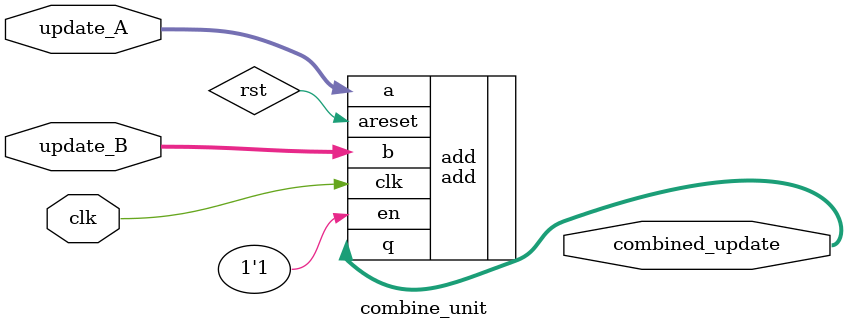
<source format=v>
module fifo #(
    parameter FIFO_WIDTH = 96,
    parameter FIFO_DEPTH_BITS = 8,
    parameter FIFO_ALMOSTFULL_THRESHOLD = 2**FIFO_DEPTH_BITS - 4,
    parameter FIFO_ALMOSTEMPTY_THRESHOLD = 2
) (
    input  wire                         clk,
    input  wire                         rst,    
    input  wire                         we,              // input   write enable
    input  wire [FIFO_WIDTH - 1:0]      din,            // input   write data with configurable width
    input  wire                         re,              // input   read enable    
    output reg  [FIFO_WIDTH - 1:0]      dout,            // output  read data with configurable width    
    output reg  [FIFO_DEPTH_BITS - 1:0] count,              // output  FIFOcount
    output reg                          empty,              // output  FIFO empty
    output reg                          almostempty,              // output  FIFO almost empty
    output reg                          full,               // output  FIFO full                
    output reg                          almostfull         // output  configurable programmable full/ almost full    
);
    reg                                 valid;
    reg                                 overflow;
    reg                                 underflow;        
    reg  [FIFO_DEPTH_BITS - 1:0]        rp;
    reg  [FIFO_DEPTH_BITS - 1:0]        wp;

`ifdef VENDOR_XILINX    
    (* ram_extract = "yes", ram_style = "block" *)
    reg  [FIFO_WIDTH - 1:0]         mem[2**FIFO_DEPTH_BITS-1:0];
`else
    reg  [FIFO_WIDTH - 1:0]         mem[2**FIFO_DEPTH_BITS-1:0];
`endif
        
        
    always @(posedge clk) begin
        if (rst) begin
            empty <= 1'b1;
            almostempty <= 1'b1;
            full <= 1'b0;
            almostfull <= 1'b0;
            count <= 0;            
            rp <= 0;
            wp <= 0;
            valid <= 1'b0;
            overflow <= 1'b0;
            underflow <= 1'b0;            
        end else begin
            valid <= 0;          
            case ({we, re})
                2'b11 : begin
                    wp <= wp + 1'b1;                    
                    rp <= rp + 1'b1;
                    valid <= 1;
                end
                                
                2'b10 : begin
                    if (full) begin                                                                        
                        overflow <= 1;                                                
                    end else begin
                        wp <= wp + 1'b1;
                        count <= count + 1'b1;
                        empty <= 1'b0;
                        if (count == (FIFO_ALMOSTEMPTY_THRESHOLD-1))
                            almostempty <= 1'b0;
                            
                        if (count == (2**FIFO_DEPTH_BITS-1))
                            full <= 1'b1;

                        if (count == (FIFO_ALMOSTFULL_THRESHOLD-1))
                            almostfull <= 1'b1;
                    end
                end
                
                2'b01 : begin
                    if (empty) begin                                               
                        underflow <= 1;
                    end else begin
                        rp <= rp + 1'b1;
                        count <= count - 1'b1;                    
                        full <= 0;                    
                        if (count == FIFO_ALMOSTFULL_THRESHOLD)
                            almostfull <= 1'b0;                                            
                        if (count == 1)
                            empty <= 1'b1;                            
                        if (count == FIFO_ALMOSTEMPTY_THRESHOLD)
                            almostempty <= 1'b1;
							
                        valid <= 1;                          
                    end 
                end               
                default : begin
                end
            endcase
        end
    end


    always @(posedge clk) begin
        if (we == 1'b1)
            mem[wp] <= din;
            
        dout <= mem[rp];            
    end
    
endmodule

module bcrx8 # (parameter EDGE_W = 96, parameter Bank_Num_W = 5)
(
	input wire 					clk,	
	input wire					rst,
	input wire					input_valid,
	input wire	[EDGE_W*8-1:0]	input_data,
	input wire					stall,
	output reg 	[EDGE_W-1:0]	output_data0,
	output reg					output_valid0,
	output reg 	[EDGE_W-1:0]	output_data1,
	output reg					output_valid1,	
	output reg 	[EDGE_W-1:0]	output_data2,
	output reg					output_valid2,
	output reg 	[EDGE_W-1:0]	output_data3,
	output reg					output_valid3,	
	output reg 	[EDGE_W-1:0]	output_data4,
	output reg					output_valid4,
	output reg 	[EDGE_W-1:0]	output_data5,
	output reg					output_valid5,	
	output reg 	[EDGE_W-1:0]	output_data6,
	output reg					output_valid6,
	output reg 	[EDGE_W-1:0]	output_data7,
	output reg					output_valid7,
	output reg					inc
);

reg	data0_outputed;
reg	data1_outputed;
reg	data2_outputed;
reg	data3_outputed;
reg	data4_outputed;
reg	data5_outputed;
reg	data6_outputed;
reg	data7_outputed;

reg input_valid_reg;
reg [EDGE_W*8-1:0] input_data_reg;
wire valid0, valid1, valid2, valid3, valid4, valid5, valid6, valid7, inc_wire;

always @(posedge clk) begin
	if(rst) begin
		input_valid_reg 	<= 1'b0;		 
		input_data_reg 		<= {(EDGE_W*8){1'b0}};		
	end else begin 	
		if(stall) begin
			input_valid_reg <= input_valid_reg;
			input_data_reg <= input_data_reg;
		end else begin
			input_valid_reg <= input_valid;
			input_data_reg <= input_data;		
		end
	end
end
	
wire [EDGE_W-1:0] data0;
wire [EDGE_W-1:0] data1;
wire [EDGE_W-1:0] data2;
wire [EDGE_W-1:0] data3;
wire [EDGE_W-1:0] data4;
wire [EDGE_W-1:0] data5;
wire [EDGE_W-1:0] data6;
wire [EDGE_W-1:0] data7;

assign	data0 = input_data_reg[EDGE_W-1:0];
assign	data1 = input_data_reg[EDGE_W*2-1:EDGE_W*1];
assign	data2 = input_data_reg[EDGE_W*3-1:EDGE_W*2];
assign	data3 = input_data_reg[EDGE_W*4-1:EDGE_W*3];
assign	data4 = input_data_reg[EDGE_W*5-1:EDGE_W*4];
assign	data5 = input_data_reg[EDGE_W*6-1:EDGE_W*5];
assign	data6 = input_data_reg[EDGE_W*7-1:EDGE_W*6];
assign	data7 = input_data_reg[EDGE_W*8-1:EDGE_W*7];

wire conflict01, conflict02, conflict03, conflict04, conflict05, conflict06, conflict07;
wire conflict12, conflict13, conflict14, conflict15, conflict16, conflict17;
wire conflict23, conflict24, conflict25, conflict26, conflict27;
wire conflict34, conflict35, conflict36, conflict37;
wire conflict45, conflict46, conflict47;
wire conflict56, conflict57;
wire conflict67;
wire conflict_free;

assign conflict01 = (data0[Bank_Num_W-1:0] == data1[Bank_Num_W-1:0]) ;
assign conflict02 = (data0[Bank_Num_W-1:0] == data2[Bank_Num_W-1:0]) ;
assign conflict03 = (data0[Bank_Num_W-1:0] == data3[Bank_Num_W-1:0]) ;
assign conflict04 = (data0[Bank_Num_W-1:0] == data4[Bank_Num_W-1:0]) ;
assign conflict05 = (data0[Bank_Num_W-1:0] == data5[Bank_Num_W-1:0]) ;
assign conflict06 = (data0[Bank_Num_W-1:0] == data6[Bank_Num_W-1:0]) ;
assign conflict07 = (data0[Bank_Num_W-1:0] == data7[Bank_Num_W-1:0]) ;
assign conflict12 = (data1[Bank_Num_W-1:0] == data2[Bank_Num_W-1:0]) ;
assign conflict13 = (data1[Bank_Num_W-1:0] == data3[Bank_Num_W-1:0]) ;
assign conflict14 = (data1[Bank_Num_W-1:0] == data4[Bank_Num_W-1:0]) ;
assign conflict15 = (data1[Bank_Num_W-1:0] == data5[Bank_Num_W-1:0]) ;
assign conflict16 = (data1[Bank_Num_W-1:0] == data6[Bank_Num_W-1:0]) ;
assign conflict17 = (data1[Bank_Num_W-1:0] == data7[Bank_Num_W-1:0]) ;
assign conflict23 = (data2[Bank_Num_W-1:0] == data3[Bank_Num_W-1:0]) ;
assign conflict24 = (data2[Bank_Num_W-1:0] == data4[Bank_Num_W-1:0]) ;
assign conflict25 = (data2[Bank_Num_W-1:0] == data5[Bank_Num_W-1:0]) ;
assign conflict26 = (data2[Bank_Num_W-1:0] == data6[Bank_Num_W-1:0]) ;
assign conflict27 = (data2[Bank_Num_W-1:0] == data7[Bank_Num_W-1:0]) ;
assign conflict34 = (data3[Bank_Num_W-1:0] == data4[Bank_Num_W-1:0]) ;
assign conflict35 = (data3[Bank_Num_W-1:0] == data5[Bank_Num_W-1:0]) ;
assign conflict36 = (data3[Bank_Num_W-1:0] == data6[Bank_Num_W-1:0]) ;
assign conflict37 = (data3[Bank_Num_W-1:0] == data7[Bank_Num_W-1:0]) ;
assign conflict45 = (data4[Bank_Num_W-1:0] == data5[Bank_Num_W-1:0]) ;
assign conflict46 = (data4[Bank_Num_W-1:0] == data6[Bank_Num_W-1:0]) ;
assign conflict47 = (data4[Bank_Num_W-1:0] == data7[Bank_Num_W-1:0]) ;
assign conflict56 = (data5[Bank_Num_W-1:0] == data6[Bank_Num_W-1:0]) ;
assign conflict57 = (data5[Bank_Num_W-1:0] == data7[Bank_Num_W-1:0]) ;
assign conflict67 = (data6[Bank_Num_W-1:0] == data7[Bank_Num_W-1:0]) ;
assign conflict_free =(~conflict01 && ~conflict02 && ~conflict03 && ~conflict04 && ~conflict05 && ~conflict06 && ~conflict07 && 
					   ~conflict12 && ~conflict13 && ~conflict14 && ~conflict15 && ~conflict16 && ~conflict17 &&  
					   ~conflict23 && ~conflict24 && ~conflict25 && ~conflict26 && ~conflict27 &&
					   ~conflict34 && ~conflict35 && ~conflict36 && ~conflict37 &&
					   ~conflict45 && ~conflict46 && ~conflict47 && ~conflict56 && ~conflict57 && ~conflict67);


assign	inc_wire = ~input_valid_reg ? 1'b0 :
			   (valid0 || data0_outputed) && (valid1 || data1_outputed) && (valid2 || data2_outputed)&&(valid3 || data3_outputed) && (valid4 || data4_outputed) && (valid5 || data5_outputed) && (valid6 || data6_outputed)	
			   && (valid7 || data7_outputed) ? 1'b1 :
			   conflict_free ? 1'b1 : 1'b0;	 
assign	valid0 = input_valid_reg && ~data0_outputed;
assign	valid1 = input_valid_reg && ~data1_outputed && (~valid0 || (valid0 && ~conflict01));
assign	valid2 = input_valid_reg && ~data2_outputed && (~valid0 || (valid0 && ~conflict02)) && (~valid1 || (valid1 && ~conflict12));
assign	valid3 = input_valid_reg && ~data3_outputed && (~valid0 || (valid0 && ~conflict03)) && (~valid1 || (valid1 && ~conflict13)) && (~valid2 || (valid2 && ~conflict23));
assign	valid4 = input_valid_reg && ~data4_outputed && (~valid0 || (valid0 && ~conflict04)) && (~valid1 || (valid1 && ~conflict14)) && (~valid2 || (valid2 && ~conflict24)) && (~valid3 || (valid3 && ~conflict34));
assign	valid5 = input_valid_reg && ~data5_outputed && (~valid0 || (valid0 && ~conflict05)) && (~valid1 || (valid1 && ~conflict15)) && (~valid2 || (valid2 && ~conflict25)) && (~valid3 || (valid3 && ~conflict35))
			 && (~valid4 || (valid4 && ~conflict45));
assign	valid6 = input_valid_reg && ~data6_outputed && (~valid0 || (valid0 && ~conflict06)) && (~valid1 || (valid1 && ~conflict16)) && (~valid2 || (valid2 && ~conflict26)) && (~valid3 || (valid3 && ~conflict36))
			 && (~valid4 || (valid4 && ~conflict46)) && (~valid5 || (valid5 && ~conflict56));		 
assign	valid7 = input_valid_reg && ~data7_outputed && (~valid0 || (valid0 && ~conflict07)) && (~valid1 || (valid1 && ~conflict17)) && (~valid2 || (valid2 && ~conflict27)) && (~valid3 || (valid3 && ~conflict37))
			 && (~valid4 || (valid4 && ~conflict47)) && (~valid5 || (valid5 && ~conflict57)) && (~valid6 || (valid6 && ~conflict67));			 

					   
always @(posedge clk) begin
	if(rst) begin
		output_data0 	<= 1'b0;		 
		output_data1 	<= 1'b0;
		output_data2 	<= 1'b0;		 
		output_data3 	<= 1'b0;
		output_data4 	<= 1'b0;		 
		output_data5 	<= 1'b0;
		output_data6 	<= 1'b0;		 
		output_data7 	<= 1'b0;
		output_valid0 	<= 1'b0;
		output_valid1	<= 1'b0;
		output_valid2 	<= 1'b0;
		output_valid3	<= 1'b0;
		output_valid4 	<= 1'b0;
		output_valid5	<= 1'b0;
		output_valid6 	<= 1'b0;
		output_valid7	<= 1'b0;
		data0_outputed 	<= 1'b0;
		data1_outputed  <= 1'b0;
		data2_outputed 	<= 1'b0;
		data3_outputed  <= 1'b0;
		data4_outputed 	<= 1'b0;
		data5_outputed  <= 1'b0;
		data6_outputed 	<= 1'b0;
		data7_outputed  <= 1'b0;
	end else begin 	
		output_data0 <= data0;
		output_data1 <= data1;
		output_data2 <= data2;
		output_data3 <= data3;
		output_data4 <= data4;
		output_data5 <= data5;
		output_data6 <= data6;
		output_data7 <= data7;		
		if(~stall) begin
			inc			 	<= inc_wire;
			output_valid0 	<= valid0;
			output_valid1 	<= valid1;
			output_valid2 	<= valid2;
			output_valid3 	<= valid3;
			output_valid4 	<= valid4;
			output_valid5 	<= valid5;
			output_valid6 	<= valid6;
			output_valid7 	<= valid7;
			data0_outputed  <= inc_wire ? 1'b0 : valid0   ? 1'b1 : data0_outputed;
			data1_outputed  <= inc_wire ? 1'b0 : valid1   ? 1'b1 : data1_outputed;
			data2_outputed  <= inc_wire ? 1'b0 : valid2   ? 1'b1 : data2_outputed;
			data3_outputed  <= inc_wire ? 1'b0 : valid3   ? 1'b1 : data3_outputed;
			data4_outputed  <= inc_wire ? 1'b0 : valid4   ? 1'b1 : data4_outputed;
			data5_outputed  <= inc_wire ? 1'b0 : valid5   ? 1'b1 : data5_outputed;
			data6_outputed  <= inc_wire ? 1'b0 : valid6   ? 1'b1 : data6_outputed;
			data7_outputed  <= inc_wire ? 1'b0 : valid7   ? 1'b1 : data7_outputed;			
		end else begin  
			output_valid0 	<= 1'b0;
			output_valid1	<= 1'b0;
			output_valid2 	<= 1'b0;
			output_valid3	<= 1'b0;
			output_valid4 	<= 1'b0;
			output_valid5	<= 1'b0;
			output_valid6 	<= 1'b0;
			output_valid7	<= 1'b0;
			data0_outputed 	<= data0_outputed;
			data1_outputed  <= data1_outputed;
			data2_outputed 	<= data2_outputed;
			data3_outputed  <= data3_outputed;
			data4_outputed 	<= data4_outputed;
			data5_outputed  <= data5_outputed;
			data6_outputed 	<= data6_outputed;
			data7_outputed  <= data7_outputed;
			inc				<= 1'b0;
		end
	end
end	
endmodule

module hdux8 # (
	parameter ADDR_W = 16,
	parameter Bank_Num_W = 5
)(
	input   wire clk,
	input   wire rst,
	input   wire [ADDR_W-1:0] Raddr0,
	input   wire [ADDR_W-1:0] Raddr1,
	input   wire [ADDR_W-1:0] Raddr2,
	input   wire [ADDR_W-1:0] Raddr3,
	input   wire [ADDR_W-1:0] Raddr4,
	input   wire [ADDR_W-1:0] Raddr5,
	input   wire [ADDR_W-1:0] Raddr6,
	input   wire [ADDR_W-1:0] Raddr7,
	input   wire [ADDR_W-1:0] Waddr0,
	input   wire [ADDR_W-1:0] Waddr1,
	input   wire [ADDR_W-1:0] Waddr2,
	input   wire [ADDR_W-1:0] Waddr3,
	input   wire [ADDR_W-1:0] Waddr4,
	input   wire [ADDR_W-1:0] Waddr5,
	input   wire [ADDR_W-1:0] Waddr6,
	input   wire [ADDR_W-1:0] Waddr7,
	input   wire Raddr_valid0,
	input   wire Raddr_valid1,
	input   wire Raddr_valid2,
	input   wire Raddr_valid3,	
	input   wire Raddr_valid4,
	input   wire Raddr_valid5,
	input   wire Raddr_valid6,
	input   wire Raddr_valid7,	  
	input   wire Waddr_valid0,
	input   wire Waddr_valid1,
	input   wire Waddr_valid2,
	input   wire Waddr_valid3,	  
	input   wire Waddr_valid4,
	input   wire Waddr_valid5,
	input   wire Waddr_valid6,
	input   wire Waddr_valid7,
	output	wire stall_signal
);
    
localparam Bank_Num = (2**Bank_Num_W);
localparam Port_Num = 8;

wire flag_valid0;
wire flag_valid1;
wire flag_valid2;
wire flag_valid3;
wire flag_valid4;
wire flag_valid5;
wire flag_valid6;
wire flag_valid7;
wire flag0;
wire flag1;
wire flag2;
wire flag3;
wire flag4;
wire flag5;
wire flag6;
wire flag7;
	
wire [ADDR_W-Bank_Num_W-1:0] bank_raddr [Bank_Num-1:0];
wire [ADDR_W-Bank_Num_W-1:0] bank_waddr [Bank_Num-1:0];
wire [0:0] bank_rvalid [Bank_Num-1:0];
wire [0:0] bank_wvalid [Bank_Num-1:0];
wire [0:0] bank_fvalid [Bank_Num-1:0];
wire [0:0] bank_flag   [Bank_Num-1:0];

reg	 [Bank_Num_W-1:0] sel	[Port_Num-1:0];
reg	 [ADDR_W:0]		lock [Port_Num-1:0];
reg	 [ADDR_W-1:0]	Raddr_reg [Port_Num-1:0];
reg	 [0:0]	Raddr_valid_reg [Port_Num-1:0];

genvar numbank; 
generate for(numbank=0; numbank < Bank_Num; numbank = numbank+1) 
	begin: elements	
		hdu_unit # (.ADDR_W(ADDR_W-Bank_Num_W))	hdu_bank (
			.clk(clk),
			.rst(rst),
			.Raddr(bank_raddr[numbank]),
			.Waddr(bank_waddr[numbank]),
			.Raddr_valid(bank_rvalid[numbank]),
			.Waddr_valid(bank_wvalid[numbank]),
			.flag_valid(bank_fvalid[numbank]),
			.flag(bank_flag[numbank])
		);
	end
endgenerate 

	
genvar i;
generate for(i=0; i<Bank_Num; i=i+1)  
   begin: read_addr assign bank_raddr[i] = (Raddr_valid0 && Raddr0[Bank_Num_W-1:0] == i) ? Raddr0[ADDR_W-1: Bank_Num_W] :
							(Raddr_valid1 && Raddr1[Bank_Num_W-1:0] == i) ? Raddr1[ADDR_W-1: Bank_Num_W] :	
							(Raddr_valid2 && Raddr2[Bank_Num_W-1:0] == i) ? Raddr2[ADDR_W-1: Bank_Num_W] :	
							(Raddr_valid3 && Raddr3[Bank_Num_W-1:0] == i) ? Raddr3[ADDR_W-1: Bank_Num_W] :	
							(Raddr_valid4 && Raddr4[Bank_Num_W-1:0] == i) ? Raddr4[ADDR_W-1: Bank_Num_W] :
							(Raddr_valid5 && Raddr5[Bank_Num_W-1:0] == i) ? Raddr5[ADDR_W-1: Bank_Num_W] :	
							(Raddr_valid6 && Raddr6[Bank_Num_W-1:0] == i) ? Raddr6[ADDR_W-1: Bank_Num_W] :	
							(Raddr_valid7 && Raddr7[Bank_Num_W-1:0] == i) ? Raddr7[ADDR_W-1: Bank_Num_W] : {(ADDR_W-Bank_Num_W){1'b0}};	  
   end 
endgenerate
	
generate for(i=0; i<Bank_Num; i=i+1)  
   begin: write_addr assign bank_waddr[i] = (Waddr_valid0 && Waddr0[Bank_Num_W-1:0] == i) ? Waddr0[ADDR_W-1: Bank_Num_W] :
							(Waddr_valid1 && Waddr1[Bank_Num_W-1:0] == i) ? Waddr1[ADDR_W-1: Bank_Num_W] :	
							(Waddr_valid2 && Waddr2[Bank_Num_W-1:0] == i) ? Waddr2[ADDR_W-1: Bank_Num_W] :
							(Waddr_valid3 && Waddr3[Bank_Num_W-1:0] == i) ? Waddr3[ADDR_W-1: Bank_Num_W] :	
							(Waddr_valid4 && Waddr4[Bank_Num_W-1:0] == i) ? Waddr4[ADDR_W-1: Bank_Num_W] :
							(Waddr_valid5 && Waddr5[Bank_Num_W-1:0] == i) ? Waddr5[ADDR_W-1: Bank_Num_W] :	
							(Waddr_valid6 && Waddr6[Bank_Num_W-1:0] == i) ? Waddr6[ADDR_W-1: Bank_Num_W] :
							(Waddr_valid7 && Waddr7[Bank_Num_W-1:0] == i) ? Waddr7[ADDR_W-1: Bank_Num_W] : {(ADDR_W-Bank_Num_W){1'b0}};	
   end 
endgenerate
																			
generate for(i=0; i<Bank_Num; i=i+1)  
   begin: read_valid assign bank_rvalid[i] = (Raddr_valid0 && Raddr0[Bank_Num_W-1:0] == i) ? 1'b1 :
							(Raddr_valid1 && Raddr1[Bank_Num_W-1:0] == i) ? 1'b1 : 
							(Raddr_valid2 && Raddr2[Bank_Num_W-1:0] == i) ? 1'b1 : 
							(Raddr_valid3 && Raddr3[Bank_Num_W-1:0] == i) ? 1'b1 : 
							(Raddr_valid4 && Raddr4[Bank_Num_W-1:0] == i) ? 1'b1 :
							(Raddr_valid5 && Raddr5[Bank_Num_W-1:0] == i) ? 1'b1 : 
							(Raddr_valid6 && Raddr6[Bank_Num_W-1:0] == i) ? 1'b1 : 
							(Raddr_valid7 && Raddr7[Bank_Num_W-1:0] == i) ? 1'b1 : 1'b0;
   end 
endgenerate
							
generate for(i=0; i<Bank_Num; i=i+1)  
   begin: write_valid assign bank_wvalid[i] = (Waddr_valid0 && Waddr0[Bank_Num_W-1:0] == i) ? 1'b1 :
							(Waddr_valid1 && Waddr1[Bank_Num_W-1:0] == i) ? 1'b1 : 
							(Waddr_valid2 && Waddr2[Bank_Num_W-1:0] == i) ? 1'b1 :
							(Waddr_valid3 && Waddr3[Bank_Num_W-1:0] == i) ? 1'b1 : 
							(Waddr_valid4 && Waddr4[Bank_Num_W-1:0] == i) ? 1'b1 :
							(Waddr_valid5 && Waddr5[Bank_Num_W-1:0] == i) ? 1'b1 : 
							(Waddr_valid6 && Waddr6[Bank_Num_W-1:0] == i) ? 1'b1 :
							(Waddr_valid7 && Waddr7[Bank_Num_W-1:0] == i) ? 1'b1 : 1'b0;
   end 
endgenerate

wire stall;	
//assign stall = (lock[0]<{(ADDR_W+1){1'b1}}) || (lock[1]<{(ADDR_W+1){1'b1}}) || (lock[2]<{(ADDR_W+1){1'b1}}) || (lock[3]<{(ADDR_W+1){1'b1}}) || (lock[4]<{(ADDR_W+1){1'b1}}) || (lock[5]<{(ADDR_W+1){1'b1}}) || (lock[6]<{(ADDR_W+1){1'b1}}) || (lock[7]<{(ADDR_W+1){1'b1}}) || (flag_valid0 && flag0) || (flag_valid1 && flag1) || (flag_valid2 && flag2) || (flag_valid3 && flag3) || (flag_valid4 && flag4) || (flag_valid5 && flag5) || (flag_valid6 && flag6) || (flag_valid7 && flag7) ;

assign stall = (lock[0]<{(ADDR_W+1){1'b1}}) || (lock[1]<{(ADDR_W+1){1'b1}}) || (lock[2]<{(ADDR_W+1){1'b1}}) || (lock[3]<{(ADDR_W+1){1'b1}}) || (lock[4]<{(ADDR_W+1){1'b1}}) || (lock[5]<{(ADDR_W+1){1'b1}}) || (lock[6]<{(ADDR_W+1){1'b1}}) || (lock[7]<{(ADDR_W+1){1'b1}});
assign stall_signal = stall;
	
always @(posedge clk) begin
	if(rst) begin
		lock[0] <= {(ADDR_W+1){1'b1}};
		lock[1] <= {(ADDR_W+1){1'b1}};    
		lock[2] <= {(ADDR_W+1){1'b1}};
		lock[3] <= {(ADDR_W+1){1'b1}};
		lock[4] <= {(ADDR_W+1){1'b1}};
		lock[5] <= {(ADDR_W+1){1'b1}};    
		lock[6] <= {(ADDR_W+1){1'b1}};
		lock[7] <= {(ADDR_W+1){1'b1}};			
	end else begin
		if(stall_signal) begin
			if((lock[0] == {1'b0, Waddr0} && Waddr_valid0) || (lock[0] == {1'b0, Waddr1} && Waddr_valid1) || 
			   (lock[0] == {1'b0, Waddr2} && Waddr_valid2) || (lock[0] == {1'b0, Waddr3} && Waddr_valid3) ||
			   (lock[0] == {1'b0, Waddr4} && Waddr_valid4) || (lock[0] == {1'b0, Waddr5} && Waddr_valid5) || 
			   (lock[0] == {1'b0, Waddr6} && Waddr_valid6) || (lock[0] == {1'b0, Waddr7} && Waddr_valid7)) begin
				lock[0] <= {(ADDR_W+1){1'b1}};
			end  
			if((lock[1] == {1'b0, Waddr0} && Waddr_valid0) || (lock[1] == {1'b0, Waddr1} && Waddr_valid1) || 
			   (lock[1] == {1'b0, Waddr2} && Waddr_valid2) || (lock[1] == {1'b0, Waddr3} && Waddr_valid3) ||
			   (lock[1] == {1'b0, Waddr4} && Waddr_valid4) || (lock[1] == {1'b0, Waddr5} && Waddr_valid5) || 
			   (lock[1] == {1'b0, Waddr6} && Waddr_valid6) || (lock[1] == {1'b0, Waddr7} && Waddr_valid7)) begin
				lock[1] <= {(ADDR_W+1){1'b1}};
			end
			if((lock[2] == {1'b0, Waddr0} && Waddr_valid0) || (lock[2] == {1'b0, Waddr1} && Waddr_valid1) || 
			   (lock[2] == {1'b0, Waddr2} && Waddr_valid2) || (lock[2] == {1'b0, Waddr3} && Waddr_valid3) ||
			   (lock[2] == {1'b0, Waddr4} && Waddr_valid4) || (lock[2] == {1'b0, Waddr5} && Waddr_valid5) || 
			   (lock[2] == {1'b0, Waddr6} && Waddr_valid6) || (lock[2] == {1'b0, Waddr7} && Waddr_valid7)) begin
				lock[2] <= {(ADDR_W+1){1'b1}};
			end
			if((lock[3] == {1'b0, Waddr0} && Waddr_valid0) || (lock[3] == {1'b0, Waddr1} && Waddr_valid1) || 
			   (lock[3] == {1'b0, Waddr2} && Waddr_valid2) || (lock[3] == {1'b0, Waddr3} && Waddr_valid3) ||
			   (lock[3] == {1'b0, Waddr4} && Waddr_valid4) || (lock[3] == {1'b0, Waddr5} && Waddr_valid5) || 
			   (lock[3] == {1'b0, Waddr6} && Waddr_valid6) || (lock[3] == {1'b0, Waddr7} && Waddr_valid7)) begin
				lock[3] <= {(ADDR_W+1){1'b1}};
			end
			if((lock[4] == {1'b0, Waddr0} && Waddr_valid0) || (lock[4] == {1'b0, Waddr1} && Waddr_valid1) || 
			   (lock[4] == {1'b0, Waddr2} && Waddr_valid2) || (lock[4] == {1'b0, Waddr3} && Waddr_valid3) ||
			   (lock[4] == {1'b0, Waddr4} && Waddr_valid4) || (lock[4] == {1'b0, Waddr5} && Waddr_valid5) || 
			   (lock[4] == {1'b0, Waddr6} && Waddr_valid6) || (lock[4] == {1'b0, Waddr7} && Waddr_valid7)) begin
				lock[4] <= {(ADDR_W+1){1'b1}};
			end
			if((lock[5] == {1'b0, Waddr0} && Waddr_valid0) || (lock[5] == {1'b0, Waddr1} && Waddr_valid1) || 
			   (lock[5] == {1'b0, Waddr2} && Waddr_valid2) || (lock[5] == {1'b0, Waddr3} && Waddr_valid3) ||
			   (lock[5] == {1'b0, Waddr4} && Waddr_valid4) || (lock[5] == {1'b0, Waddr5} && Waddr_valid5) || 
			   (lock[5] == {1'b0, Waddr6} && Waddr_valid6) || (lock[5] == {1'b0, Waddr7} && Waddr_valid7)) begin
				lock[5] <= {(ADDR_W+1){1'b1}};
			end
			if((lock[6] == {1'b0, Waddr0} && Waddr_valid0) || (lock[6] == {1'b0, Waddr1} && Waddr_valid1) || 
			   (lock[6] == {1'b0, Waddr2} && Waddr_valid2) || (lock[6] == {1'b0, Waddr3} && Waddr_valid3) ||
			   (lock[6] == {1'b0, Waddr4} && Waddr_valid4) || (lock[6] == {1'b0, Waddr5} && Waddr_valid5) || 
			   (lock[6] == {1'b0, Waddr6} && Waddr_valid6) || (lock[6] == {1'b0, Waddr7} && Waddr_valid7)) begin
				lock[6] <= {(ADDR_W+1){1'b1}};
			end
			if((lock[7] == {1'b0, Waddr0} && Waddr_valid0) || (lock[7] == {1'b0, Waddr1} && Waddr_valid1) || 
			   (lock[7] == {1'b0, Waddr2} && Waddr_valid2) || (lock[7] == {1'b0, Waddr3} && Waddr_valid3) ||
			   (lock[7] == {1'b0, Waddr4} && Waddr_valid4) || (lock[7] == {1'b0, Waddr5} && Waddr_valid5) || 
			   (lock[7] == {1'b0, Waddr6} && Waddr_valid6) || (lock[7] == {1'b0, Waddr7} && Waddr_valid7)) begin
				lock[7] <= {(ADDR_W+1){1'b1}};
			end
		end else begin
			if(Raddr_reg [0] && Raddr_valid_reg [0] && flag_valid0 && flag0) begin lock[0] <= {1'b0, Raddr_reg [0]}; end
			if(Raddr_reg [1] && Raddr_valid_reg [1] && flag_valid1 && flag1) begin lock[1] <= {1'b0, Raddr_reg [1]}; end
			if(Raddr_reg [2] && Raddr_valid_reg [2] && flag_valid2 && flag2) begin lock[2] <= {1'b0, Raddr_reg [2]}; end
			if(Raddr_reg [3] && Raddr_valid_reg [3] && flag_valid3 && flag3) begin lock[3] <= {1'b0, Raddr_reg [3]}; end
			if(Raddr_reg [4] && Raddr_valid_reg [4] && flag_valid4 && flag4) begin lock[4] <= {1'b0, Raddr_reg [4]}; end
			if(Raddr_reg [5] && Raddr_valid_reg [5] && flag_valid5 && flag5) begin lock[5] <= {1'b0, Raddr_reg [5]}; end
			if(Raddr_reg [6] && Raddr_valid_reg [6] && flag_valid6 && flag6) begin lock[6] <= {1'b0, Raddr_reg [6]}; end
			if(Raddr_reg [7] && Raddr_valid_reg [7] && flag_valid7 && flag7) begin lock[7] <= {1'b0, Raddr_reg [7]}; end
		end
	end
end
							
always @(posedge clk) begin
	if(rst) begin
		sel[0] <=0;
		sel[1] <=1;    
		sel[2] <=2;
		sel[3] <=3;
		sel[4] <=4;
		sel[5] <=5;    
		sel[6] <=6;
		sel[7] <=7;	
		Raddr_reg [0] <= {(ADDR_W){1'b0}};
		Raddr_reg [1] <= {(ADDR_W){1'b0}};
		Raddr_reg [2] <= {(ADDR_W){1'b0}};
		Raddr_reg [3] <= {(ADDR_W){1'b0}};
		Raddr_reg [4] <= {(ADDR_W){1'b0}};
		Raddr_reg [5] <= {(ADDR_W){1'b0}};
		Raddr_reg [6] <= {(ADDR_W){1'b0}};
		Raddr_reg [7] <= {(ADDR_W){1'b0}};
		Raddr_valid_reg [0] <= 1'b0;
		Raddr_valid_reg [1] <= 1'b0;
		Raddr_valid_reg [2] <= 1'b0;
		Raddr_valid_reg [3] <= 1'b0;
		Raddr_valid_reg [4] <= 1'b0;
		Raddr_valid_reg [5] <= 1'b0;
		Raddr_valid_reg [6] <= 1'b0;
		Raddr_valid_reg [7] <= 1'b0;
	end else begin
		if(~stall) begin
			sel[0] <= Raddr0[Bank_Num_W-1:0];			
			sel[1] <= Raddr1[Bank_Num_W-1:0];			  
			sel[2] <= Raddr2[Bank_Num_W-1:0];			
			sel[3] <= Raddr3[Bank_Num_W-1:0];			  
			sel[4] <= Raddr4[Bank_Num_W-1:0];			
			sel[5] <= Raddr5[Bank_Num_W-1:0];			  
			sel[6] <= Raddr6[Bank_Num_W-1:0];			
			sel[7] <= Raddr7[Bank_Num_W-1:0];
			Raddr_reg [0] <= Raddr0;
			Raddr_reg [1] <= Raddr1;
			Raddr_reg [2] <= Raddr2;
			Raddr_reg [3] <= Raddr3;
			Raddr_reg [4] <= Raddr4;
			Raddr_reg [5] <= Raddr5;
			Raddr_reg [6] <= Raddr6;
			Raddr_reg [7] <= Raddr7;
			Raddr_valid_reg [0] <= Raddr_valid0;
			Raddr_valid_reg [1] <= Raddr_valid1;
			Raddr_valid_reg [2] <= Raddr_valid2;
			Raddr_valid_reg [3] <= Raddr_valid3;
			Raddr_valid_reg [4] <= Raddr_valid4;
			Raddr_valid_reg [5] <= Raddr_valid5;
			Raddr_valid_reg [6] <= Raddr_valid6;
			Raddr_valid_reg [7] <= Raddr_valid7;	
		end else begin
			sel[0] <= sel[0];			
			sel[1] <= sel[1];			  
			sel[2] <= sel[2];			
			sel[3] <= sel[3];			  
			sel[4] <= sel[4];			
			sel[5] <= sel[5];			  
			sel[6] <= sel[6];			
			sel[7] <= sel[7];
			Raddr_reg [0] <= Raddr_reg [0];
			Raddr_reg [1] <= Raddr_reg [1];
			Raddr_reg [2] <= Raddr_reg [2];
			Raddr_reg [3] <= Raddr_reg [3];
			Raddr_reg [4] <= Raddr_reg [4];
			Raddr_reg [5] <= Raddr_reg [5];
			Raddr_reg [6] <= Raddr_reg [6];
			Raddr_reg [7] <= Raddr_reg [7];
			Raddr_valid_reg [0] <= Raddr_valid_reg [0];
			Raddr_valid_reg [1] <= Raddr_valid_reg [1];
			Raddr_valid_reg [2] <= Raddr_valid_reg [2];
			Raddr_valid_reg [3] <= Raddr_valid_reg [3];
			Raddr_valid_reg [4] <= Raddr_valid_reg [4];
			Raddr_valid_reg [5] <= Raddr_valid_reg [5];
			Raddr_valid_reg [6] <= Raddr_valid_reg [6];
			Raddr_valid_reg [7] <= Raddr_valid_reg [7];
		end
	end
end

assign flag_valid0 = bank_fvalid[sel[0]];
assign flag_valid1 = bank_fvalid[sel[1]];
assign flag_valid2 = bank_fvalid[sel[2]];
assign flag_valid3 = bank_fvalid[sel[3]];
assign flag_valid4 = bank_fvalid[sel[4]];
assign flag_valid5 = bank_fvalid[sel[5]];
assign flag_valid6 = bank_fvalid[sel[6]];
assign flag_valid7 = bank_fvalid[sel[7]];	
assign flag0 = bank_flag[sel[0]];
assign flag1 = bank_flag[sel[1]];
assign flag2 = bank_flag[sel[2]];
assign flag3 = bank_flag[sel[3]];	
assign flag4 = bank_flag[sel[4]];
assign flag5 = bank_flag[sel[5]];
assign flag6 = bank_flag[sel[6]];
assign flag7 = bank_flag[sel[7]];

endmodule

module hdu_unit # (
    parameter ADDR_W = 16
)(
	input   wire clk,
	input   wire rst,
	input   wire [ADDR_W-1:0] Raddr,
	input   wire [ADDR_W-1:0] Waddr,
	input   wire Raddr_valid,
	input   wire Waddr_valid,
	output  reg  flag_valid,
	output  reg  flag
);
    
    wire bram_flag_outA;
    wire bram_flag_outB;
    
    always @(posedge clk) begin
        if(rst) begin
            flag_valid <=1'b0;
            flag <=1'b0;
        end else begin
            flag_valid <= Raddr_valid;
            flag <= bram_flag_outA;            
        end    
    end 
//    bram # (.DATA(1),  .ADDR(ADDR_W))
//    hdu_ram(
//        .clk(clk),
//        .a_wr(Raddr_valid),
//        .a_addr(Raddr),
//        .a_din(1'b1),
//        .a_dout(bram_flag_outA),
//        .b_wr(Waddr_valid),
//        .b_addr(Waddr),
//        .b_din(1'b0),
//        .b_dout(bram_flag_outB)
//    );    
mlab bram(
		  .clock(clk),
        .wren_a(Raddr_valid),
        .address_a(Raddr),
        .data_a(1'b1),
        .q_a(bram_flag_outA),
        .wren_b(Waddr_valid),
        .address_b(Waddr),
        .data_b(1'b0),
        .q_b(bram_flag_outB)		
	  );
endmodule

module bufferx8 # (parameter DATA_W = 32, parameter ADDR_W =16, parameter Bank_Num_W = 5)
(	
	input wire 					clk,
	input wire 					rst,
	input wire [ADDR_W-1:0]		R_Addr0,
	input wire [ADDR_W-1:0]		R_Addr1,
	input wire [ADDR_W-1:0]		R_Addr2,
	input wire [ADDR_W-1:0]		R_Addr3,
	input wire [ADDR_W-1:0]		R_Addr4,
	input wire [ADDR_W-1:0]		R_Addr5,
	input wire [ADDR_W-1:0]		R_Addr6,
	input wire [ADDR_W-1:0]		R_Addr7,
	input wire [ADDR_W-1:0]		W_Addr0,
	input wire [ADDR_W-1:0]		W_Addr1,
	input wire [ADDR_W-1:0]		W_Addr2,
	input wire [ADDR_W-1:0]		W_Addr3,
	input wire [ADDR_W-1:0]		W_Addr4,
	input wire [ADDR_W-1:0]		W_Addr5,
	input wire [ADDR_W-1:0]		W_Addr6,
	input wire [ADDR_W-1:0]		W_Addr7,
	input wire [DATA_W-1:0]		W_Data0,
	input wire [DATA_W-1:0]		W_Data1,
	input wire [DATA_W-1:0]		W_Data2,
	input wire [DATA_W-1:0]		W_Data3,
	input wire [DATA_W-1:0]		W_Data4,
	input wire [DATA_W-1:0]		W_Data5,
	input wire [DATA_W-1:0]		W_Data6,
	input wire [DATA_W-1:0]		W_Data7,
	input wire					R_valid0,
	input wire					R_valid1,
	input wire					R_valid2,
	input wire					R_valid3,
	input wire					R_valid4,
	input wire					R_valid5,
	input wire					R_valid6,
	input wire					R_valid7,
	input wire 					W_valid0,
	input wire 					W_valid1,
	input wire 					W_valid2,
	input wire 					W_valid3,
	input wire 					W_valid4,
	input wire 					W_valid5,
	input wire 					W_valid6,
	input wire 					W_valid7,
	output reg					R_out_valid0,
	output reg					R_out_valid1,
	output reg					R_out_valid2,
	output reg					R_out_valid3,
	output reg					R_out_valid4,
	output reg					R_out_valid5,
	output reg					R_out_valid6,
	output reg					R_out_valid7,
	output wire [DATA_W-1:0]	R_Data0,
	output wire [DATA_W-1:0]	R_Data1,
	output wire [DATA_W-1:0]	R_Data2,
	output wire [DATA_W-1:0]	R_Data3,
	output wire [DATA_W-1:0]	R_Data4,
	output wire [DATA_W-1:0]	R_Data5,
	output wire [DATA_W-1:0]	R_Data6,
	output wire [DATA_W-1:0]	R_Data7
);

localparam Bank_Num = (2**Bank_Num_W);

wire [DATA_W-1:0] 				bank_rdata 	[Bank_Num-1:0];
wire [DATA_W-1:0] 				bank_wdata 	[Bank_Num-1:0];
wire [ADDR_W-Bank_Num_W-1:0] 	bank_raddr 	[Bank_Num-1:0];
wire [ADDR_W-Bank_Num_W-1:0] 	bank_waddr 	[Bank_Num-1:0];
wire 			  				bank_w_en  	[Bank_Num-1:0];
reg	 [Bank_Num_W-1:0] 		  	sel		 	[Bank_Num-1:0];

genvar numbank; 
generate for(numbank=0; numbank < Bank_Num; numbank = numbank+1) 
	begin: elements	
//		URAM #(.DATA_W(DATA_W), .ADDR_W(ADDR_W-Bank_Num_W))
//		bank (
//			.Data_in(bank_wdata[numbank]),
//			.R_Addr(bank_raddr[numbank]),
//			.W_Addr(bank_waddr[numbank]),
//			.W_En(bank_w_en[numbank]),
//			.En(1'b1),
//			.clk(clk),
//			.Data_out(bank_rdata[numbank])
//		);
m20k bank(
		.data(bank_wdata[numbank]),
		.rdaddress(bank_raddr[numbank]),
		.wraddress(bank_waddr[numbank]),
		.wren(bank_w_en[numbank]),
		.clock(clk),
		.q(bank_rdata[numbank])
	);	
	end
endgenerate	
	
genvar i;
generate for(i=0; i<Bank_Num; i=i+1)  
   begin: read_addr assign bank_raddr[i] = (R_valid0 && R_Addr0[Bank_Num_W-1:0] ==i) ? R_Addr0[ADDR_W-1:Bank_Num_W] :
										   (R_valid1 && R_Addr1[Bank_Num_W-1:0] ==i) ? R_Addr1[ADDR_W-1:Bank_Num_W] : 
										   (R_valid2 && R_Addr2[Bank_Num_W-1:0] ==i) ? R_Addr2[ADDR_W-1:Bank_Num_W] : 
										   (R_valid3 && R_Addr3[Bank_Num_W-1:0] ==i) ? R_Addr3[ADDR_W-1:Bank_Num_W] : 	  
										   (R_valid4 && R_Addr4[Bank_Num_W-1:0] ==i) ? R_Addr4[ADDR_W-1:Bank_Num_W] :
										   (R_valid5 && R_Addr5[Bank_Num_W-1:0] ==i) ? R_Addr5[ADDR_W-1:Bank_Num_W] : 
										   (R_valid6 && R_Addr6[Bank_Num_W-1:0] ==i) ? R_Addr6[ADDR_W-1:Bank_Num_W] : 
										   (R_valid7 && R_Addr7[Bank_Num_W-1:0] ==i) ? R_Addr7[ADDR_W-1:Bank_Num_W] : 1'b0;	  
   end 
endgenerate

generate for(i=0; i<Bank_Num; i=i+1)  
   begin: write_addr assign bank_waddr[i] = (W_valid0 && W_Addr0[Bank_Num_W-1:0] ==i) ? W_Addr0[ADDR_W-1:Bank_Num_W] :
										    (W_valid1 && W_Addr1[Bank_Num_W-1:0] ==i) ? W_Addr1[ADDR_W-1:Bank_Num_W] : 
											(W_valid2 && W_Addr2[Bank_Num_W-1:0] ==i) ? W_Addr2[ADDR_W-1:Bank_Num_W] : 
											(W_valid3 && W_Addr3[Bank_Num_W-1:0] ==i) ? W_Addr3[ADDR_W-1:Bank_Num_W] : 
											(W_valid4 && W_Addr4[Bank_Num_W-1:0] ==i) ? W_Addr4[ADDR_W-1:Bank_Num_W] :
										    (W_valid5 && W_Addr5[Bank_Num_W-1:0] ==i) ? W_Addr5[ADDR_W-1:Bank_Num_W] : 
											(W_valid6 && W_Addr6[Bank_Num_W-1:0] ==i) ? W_Addr6[ADDR_W-1:Bank_Num_W] : 
											(W_valid7 && W_Addr7[Bank_Num_W-1:0] ==i) ? W_Addr7[ADDR_W-1:Bank_Num_W] : 1'b0;
   end 
endgenerate

generate for(i=0; i<Bank_Num; i=i+1)  
   begin: write_data assign bank_wdata[i] = (W_valid0 && W_Addr0[Bank_Num_W-1:0] ==i) ? W_Data0 :
										    (W_valid1 && W_Addr1[Bank_Num_W-1:0] ==i) ? W_Data1 : 
											(W_valid2 && W_Addr2[Bank_Num_W-1:0] ==i) ? W_Data2 :  
											(W_valid3 && W_Addr3[Bank_Num_W-1:0] ==i) ? W_Data3 : 
											(W_valid4 && W_Addr4[Bank_Num_W-1:0] ==i) ? W_Data4 :		
										    (W_valid5 && W_Addr5[Bank_Num_W-1:0] ==i) ? W_Data5 : 
											(W_valid6 && W_Addr6[Bank_Num_W-1:0] ==i) ? W_Data6 :  
											(W_valid7 && W_Addr7[Bank_Num_W-1:0] ==i) ? W_Data7 : 1'b0;											
   end 
endgenerate

generate for(i=0; i<Bank_Num; i=i+1)  
   begin: write_enable assign bank_w_en[i] = (W_valid0 && W_Addr0[Bank_Num_W-1:0] ==i) ? 1'b1 :
										     (W_valid1 && W_Addr1[Bank_Num_W-1:0] ==i) ? 1'b1 : 
											 (W_valid2 && W_Addr2[Bank_Num_W-1:0] ==i) ? 1'b1 : 
											 (W_valid3 && W_Addr3[Bank_Num_W-1:0] ==i) ? 1'b1 :
											 (W_valid4 && W_Addr4[Bank_Num_W-1:0] ==i) ? 1'b1 :
										     (W_valid5 && W_Addr5[Bank_Num_W-1:0] ==i) ? 1'b1 : 
											 (W_valid6 && W_Addr6[Bank_Num_W-1:0] ==i) ? 1'b1 : 
											 (W_valid7 && W_Addr7[Bank_Num_W-1:0] ==i) ? 1'b1 : 1'b0;											 
   end 
endgenerate

assign R_Data0 = bank_rdata[sel[0]];
assign R_Data1 = bank_rdata[sel[1]];
assign R_Data2 = bank_rdata[sel[2]];
assign R_Data3 = bank_rdata[sel[3]];
assign R_Data4 = bank_rdata[sel[4]];
assign R_Data5 = bank_rdata[sel[5]];
assign R_Data6 = bank_rdata[sel[6]];
assign R_Data7 = bank_rdata[sel[7]];

integer j;												
always @(posedge clk) begin
	if(rst) begin
		R_out_valid0 <= 0;
		R_out_valid1 <= 0;
		R_out_valid2 <= 0;
		R_out_valid3 <= 0;
		R_out_valid4 <= 0;
		R_out_valid5 <= 0;
		R_out_valid6 <= 0;
		R_out_valid7 <= 0;
		for(j=0; j<8; j=j+1) sel[j] <=j;            
	end else begin
		R_out_valid0 <= R_valid0;
		R_out_valid1 <= R_valid1;
		R_out_valid2 <= R_valid2;
		R_out_valid3 <= R_valid3;
		R_out_valid4 <= R_valid4;
		R_out_valid5 <= R_valid5;
		R_out_valid6 <= R_valid6;
		R_out_valid7 <= R_valid7;		
		sel[0] <= R_Addr0[Bank_Num_W-1:0];			
		sel[1] <= R_Addr1[Bank_Num_W-1:0];			  
		sel[2] <= R_Addr2[Bank_Num_W-1:0];			
		sel[3] <= R_Addr3[Bank_Num_W-1:0];			  
		sel[4] <= R_Addr4[Bank_Num_W-1:0];			
		sel[5] <= R_Addr5[Bank_Num_W-1:0];			  
		sel[6] <= R_Addr6[Bank_Num_W-1:0];			
		sel[7] <= R_Addr7[Bank_Num_W-1:0];			  	
	end
end
endmodule

module combining_networkx8 # (
	parameter DATA_W = 32,
	parameter PIPE_DEPTH = 5,
	parameter PAR_SIZE_W = 17,
    parameter PAR_NUM   = 16,
    parameter PAR_NUM_W = 4
)(
	input wire          			clk,
    input wire          			rst,    
    input wire  [7:0]         		InputValid,
	input wire  [DATA_W*8-1:0]   	InDestVid,    
    input wire  [DATA_W*8-1:0]   	InUpdate,    
    output reg [511:0]              DRAM_W,
    output reg                      DRAM_W_valid,
    output wire                     stall_request
);

wire [DATA_W*8-1:0] OutUpdate [2:0];
wire [DATA_W*8-1:0] OutDestVid [2:0];
wire [8-1:0] OutValid [4:0];
wire [DATA_W*2*8-1:0] Ubuff_out [1:0];
wire [63:0]	  se_output_word;
wire         se_output_valid;
    
CNx8 #(.DATA_W(DATA_W), .PIPE_DEPTH(PIPE_DEPTH))
CNstage0 (
	.clk(clk),
    .rst(rst),    
    .InputValid(InputValid),
	.InDestVid(InDestVid),    
    .InUpdate(InUpdate),    
    .OutUpdate(OutUpdate[0]),
    .OutDestVid(OutDestVid[0]),
	.OutValid(OutValid[0])
);

Ubuffx8
Ubuff0 (
    .clk(clk),
    .rst(rst),    
    .last_input_in(1'b0),
    .word_in({OutUpdate[0][DATA_W*8-1:DATA_W*7],OutDestVid[0][DATA_W*8-1:DATA_W*7],OutUpdate[0][DATA_W*7-1:DATA_W*6],OutDestVid[0][DATA_W*7-1:DATA_W*6],
              OutUpdate[0][DATA_W*6-1:DATA_W*5],OutDestVid[0][DATA_W*6-1:DATA_W*5],OutUpdate[0][DATA_W*5-1:DATA_W*4],OutDestVid[0][DATA_W*5-1:DATA_W*4],
              OutUpdate[0][DATA_W*4-1:DATA_W*3],OutDestVid[0][DATA_W*4-1:DATA_W*3],OutUpdate[0][DATA_W*3-1:DATA_W*2],OutDestVid[0][DATA_W*3-1:DATA_W*2],
              OutUpdate[0][DATA_W*2-1:DATA_W*1],OutDestVid[0][DATA_W*2-1:DATA_W*1],OutUpdate[0][DATA_W*1-1:DATA_W*0],OutDestVid[0][DATA_W*1-1:DATA_W*0]}),
	.word_in_valid(OutValid[0]),
    //input wire [1:0] control,        
    .word_out(Ubuff_out[0]), 
    .valid_out(OutValid[1])
);

CNx8 #(.DATA_W(DATA_W), .PIPE_DEPTH(PIPE_DEPTH))
CNstage1 (
	.clk(clk),
    .rst(rst),    
    .InputValid(OutValid[1]),
	.InDestVid({Ubuff_out[0][DATA_W*15-1:DATA_W*14],Ubuff_out[0][DATA_W*13-1:DATA_W*12],Ubuff_out[0][DATA_W*11-1:DATA_W*10],Ubuff_out[0][DATA_W*9-1:DATA_W*8],Ubuff_out[0][DATA_W*7-1:DATA_W*6],Ubuff_out[0][DATA_W*5-1:DATA_W*4],Ubuff_out[0][DATA_W*3-1:DATA_W*2],Ubuff_out[0][DATA_W*1-1:DATA_W*0]}),    
    .InUpdate({Ubuff_out[0][DATA_W*16-1:DATA_W*15],Ubuff_out[0][DATA_W*14-1:DATA_W*13],Ubuff_out[0][DATA_W*12-1:DATA_W*11],Ubuff_out[0][DATA_W*10-1:DATA_W*9],Ubuff_out[0][DATA_W*8-1:DATA_W*7],Ubuff_out[0][DATA_W*6-1:DATA_W*5],Ubuff_out[0][DATA_W*4-1:DATA_W*3],Ubuff_out[0][DATA_W*2-1:DATA_W*1]}),       
    .OutUpdate(OutUpdate[1]),
    .OutDestVid(OutDestVid[1]),
	.OutValid(OutValid[2])
);

Ubuffx8
Ubuff1 (
    .clk(clk),
    .rst(rst),    
    .last_input_in(1'b0),
    .word_in({OutUpdate[1][DATA_W*8-1:DATA_W*7],OutDestVid[1][DATA_W*8-1:DATA_W*7],OutUpdate[1][DATA_W*7-1:DATA_W*6],OutDestVid[1][DATA_W*7-1:DATA_W*6],
              OutUpdate[1][DATA_W*6-1:DATA_W*5],OutDestVid[1][DATA_W*6-1:DATA_W*5],OutUpdate[1][DATA_W*5-1:DATA_W*4],OutDestVid[1][DATA_W*5-1:DATA_W*4],
              OutUpdate[1][DATA_W*4-1:DATA_W*3],OutDestVid[1][DATA_W*4-1:DATA_W*3],OutUpdate[1][DATA_W*3-1:DATA_W*2],OutDestVid[1][DATA_W*3-1:DATA_W*2],
              OutUpdate[1][DATA_W*2-1:DATA_W*1],OutDestVid[1][DATA_W*2-1:DATA_W*1],OutUpdate[1][DATA_W*1-1:DATA_W*0],OutDestVid[1][DATA_W*1-1:DATA_W*0]}),
	.word_in_valid(OutValid[2]),
    //input wire [1:0] control,        
    .word_out(Ubuff_out[1]), 
    .valid_out(OutValid[3])
);


CNx8 #(.DATA_W(DATA_W), .PIPE_DEPTH(PIPE_DEPTH))
CNstage2 (
	.clk(clk),
    .rst(rst),    
    .InputValid(OutValid[3]),
	.InDestVid({Ubuff_out[1][DATA_W*15-1:DATA_W*14],Ubuff_out[1][DATA_W*13-1:DATA_W*12],Ubuff_out[1][DATA_W*11-1:DATA_W*10],Ubuff_out[1][DATA_W*9-1:DATA_W*8],Ubuff_out[1][DATA_W*7-1:DATA_W*6],Ubuff_out[1][DATA_W*5-1:DATA_W*4],Ubuff_out[1][DATA_W*3-1:DATA_W*2],Ubuff_out[1][DATA_W*1-1:DATA_W*0]}),    
    .InUpdate({Ubuff_out[1][DATA_W*16-1:DATA_W*15],Ubuff_out[1][DATA_W*14-1:DATA_W*13],Ubuff_out[1][DATA_W*12-1:DATA_W*11],Ubuff_out[1][DATA_W*10-1:DATA_W*9],Ubuff_out[1][DATA_W*8-1:DATA_W*7],Ubuff_out[1][DATA_W*6-1:DATA_W*5],Ubuff_out[1][DATA_W*4-1:DATA_W*3],Ubuff_out[1][DATA_W*2-1:DATA_W*1]}),       
    .OutUpdate(OutUpdate[2]),
    .OutDestVid(OutDestVid[2]),
	.OutValid(OutValid[4])
);

seout output_update(
	.clk(clk),
	.rst(rst),
	.input_update0({OutUpdate[2][DATA_W*8-1:DATA_W*7], OutDestVid[2][DATA_W*8-1:DATA_W*7]}),
	.input_update1({OutUpdate[2][DATA_W*7-1:DATA_W*6], OutDestVid[2][DATA_W*7-1:DATA_W*6]}),
	.input_update2({OutUpdate[2][DATA_W*6-1:DATA_W*5], OutDestVid[2][DATA_W*6-1:DATA_W*5]}),
	.input_update3({OutUpdate[2][DATA_W*5-1:DATA_W*4], OutDestVid[2][DATA_W*5-1:DATA_W*4]}),
	.input_update4({OutUpdate[2][DATA_W*4-1:DATA_W*3], OutDestVid[2][DATA_W*4-1:DATA_W*3]}),
	.input_update5({OutUpdate[2][DATA_W*3-1:DATA_W*2], OutDestVid[2][DATA_W*3-1:DATA_W*2]}),
	.input_update6({OutUpdate[2][DATA_W*2-1:DATA_W*1], OutDestVid[2][DATA_W*2-1:DATA_W*1]}),
	.input_update7({OutUpdate[2][DATA_W*1-1:DATA_W*0], OutDestVid[2][DATA_W*1-1:DATA_W*0]}),
	.input_valid0(OutValid[4][7:7]),
	.input_valid1(OutValid[4][6:6]),
	.input_valid2(OutValid[4][5:5]),
	.input_valid3(OutValid[4][4:4]),
	.input_valid4(OutValid[4][3:3]),
	.input_valid5(OutValid[4][2:2]),
	.input_valid6(OutValid[4][1:1]),
	.input_valid7(OutValid[4][0:0]),	
	.output_word(se_output_word),
	.output_valid(se_output_valid),
	.se_stall_request(stall_request)
);

reg [511:0]  	Ubuff         			[PAR_NUM-1:0];
reg [2:0]   	Ubuff_size            	[PAR_NUM-1:0];

integer i;
wire [PAR_NUM_W-1:0] input_update_bin_id;
//reg [31:0]  par_bin_addr            [PAR_NUM-1:0];


assign input_update_bin_id = se_output_word[PAR_SIZE_W+PAR_NUM_W-1:PAR_SIZE_W];

always @(posedge clk) begin
    if(rst) begin        
        for(i=0; i<PAR_NUM; i=i+1) begin
            Ubuff[i] 		 <= 0;
            Ubuff_size [i] 	 <= 0;
        end
        DRAM_W <= 0;
        DRAM_W_valid <= 0;	
    end else begin 	
        DRAM_W_valid <= 0;
        DRAM_W <= 0;
        if(se_output_valid) begin
            if(Ubuff_size[input_update_bin_id] == 7) begin
                DRAM_W <= {Ubuff[input_update_bin_id][447:0], se_output_word};
                DRAM_W_valid <= 1'b1;
                Ubuff[input_update_bin_id] <= 0;
                Ubuff_size[input_update_bin_id] <= 0;
            end else begin
                Ubuff[input_update_bin_id] <= (Ubuff[input_update_bin_id]<<64)+se_output_word;
                Ubuff_size[input_update_bin_id] <= Ubuff_size[input_update_bin_id]+1;				
            end
        end							
    end
end

endmodule

module CNx8 # (
	parameter DATA_W = 32,
	parameter PIPE_DEPTH = 5
)(
	input wire          			clk,
    input wire          			rst,    
    input wire  [7:0]         		InputValid,
	input wire  [DATA_W*8-1:0]   	InDestVid,    
    input wire  [DATA_W*8-1:0]   	InUpdate,    
    output wire [DATA_W*8-1:0]   	OutUpdate,
    output wire [DATA_W*8-1:0]  	OutDestVid,
	output wire [7:0]  				OutValid
);

wire [7:0]  			Valid_wire  	[4:0];
wire [DATA_W*8-1:0] 	Update_wire 	[4:0];
wire [DATA_W*8-1:0] 	DestVid_wire 	[4:0];
    
// stage 0 
CaC #(.DATA_W(DATA_W), .PIPE_DEPTH(PIPE_DEPTH))
stage00 (
	.clk(clk),
	.rst(rst),
	.InputValid_A(InputValid[0:0]),
	.InputValid_B(InputValid[1:1]),
	.InDestVid_A(InDestVid[DATA_W*0+DATA_W-1:DATA_W*0]),
	.InDestVid_B(InDestVid[DATA_W*1+DATA_W-1:DATA_W*1]),
	.InUpdate_A(InUpdate[DATA_W*0+DATA_W-1:DATA_W*0]),
	.InUpdate_B(InUpdate[DATA_W*1+DATA_W-1:DATA_W*1]),
	.OutUpdate_A(Update_wire[0][DATA_W*0+DATA_W-1:DATA_W*0]),
	.OutUpdate_B(Update_wire[0][DATA_W*1+DATA_W-1:DATA_W*1]),
	.OutDestVid_A(DestVid_wire[0][DATA_W*0+DATA_W-1:DATA_W*0]),
	.OutDestVid_B(DestVid_wire[0][DATA_W*1+DATA_W-1:DATA_W*1]),
	.OutValid_A(Valid_wire[0][0:0]),
	.OutValid_B(Valid_wire[0][1:1])
);

CaC #(.DATA_W(DATA_W), .PIPE_DEPTH(PIPE_DEPTH))
stage01 (
	.clk(clk),
	.rst(rst),
	.InputValid_A(InputValid[2:2]),
	.InputValid_B(InputValid[3:3]),
	.InDestVid_A(InDestVid[DATA_W*2+DATA_W-1:DATA_W*2]),
	.InDestVid_B(InDestVid[DATA_W*3+DATA_W-1:DATA_W*3]),
	.InUpdate_A(InUpdate[DATA_W*2+DATA_W-1:DATA_W*2]),
	.InUpdate_B(InUpdate[DATA_W*3+DATA_W-1:DATA_W*3]),
	.OutUpdate_A(Update_wire[0][DATA_W*2+DATA_W-1:DATA_W*2]),
	.OutUpdate_B(Update_wire[0][DATA_W*3+DATA_W-1:DATA_W*3]),
	.OutDestVid_A(DestVid_wire[0][DATA_W*2+DATA_W-1:DATA_W*2]),
	.OutDestVid_B(DestVid_wire[0][DATA_W*3+DATA_W-1:DATA_W*3]),
	.OutValid_A(Valid_wire[0][2:2]),
	.OutValid_B(Valid_wire[0][3:3])
);

CaC #(.DATA_W(DATA_W), .PIPE_DEPTH(PIPE_DEPTH))
stage02 (
	.clk(clk),
	.rst(rst),
	.InputValid_A(InputValid[4:4]),
	.InputValid_B(InputValid[5:5]),
	.InDestVid_A(InDestVid[DATA_W*4+DATA_W-1:DATA_W*4]),
	.InDestVid_B(InDestVid[DATA_W*5+DATA_W-1:DATA_W*5]),
	.InUpdate_A(InUpdate[DATA_W*4+DATA_W-1:DATA_W*4]),
	.InUpdate_B(InUpdate[DATA_W*5+DATA_W-1:DATA_W*5]),
	.OutUpdate_A(Update_wire[0][DATA_W*4+DATA_W-1:DATA_W*4]),
	.OutUpdate_B(Update_wire[0][DATA_W*5+DATA_W-1:DATA_W*5]),
	.OutDestVid_A(DestVid_wire[0][DATA_W*4+DATA_W-1:DATA_W*4]),
	.OutDestVid_B(DestVid_wire[0][DATA_W*5+DATA_W-1:DATA_W*5]),
	.OutValid_A(Valid_wire[0][4:4]),
	.OutValid_B(Valid_wire[0][5:5])
);

CaC #(.DATA_W(DATA_W), .PIPE_DEPTH(PIPE_DEPTH))
stage03 (
	.clk(clk),
	.rst(rst),
	.InputValid_A(InputValid[6:6]),
	.InputValid_B(InputValid[7:7]),
	.InDestVid_A(InDestVid[DATA_W*6+DATA_W-1:DATA_W*6]),
	.InDestVid_B(InDestVid[DATA_W*7+DATA_W-1:DATA_W*7]),
	.InUpdate_A(InUpdate[DATA_W*6+DATA_W-1:DATA_W*6]),
	.InUpdate_B(InUpdate[DATA_W*7+DATA_W-1:DATA_W*7]),
	.OutUpdate_A(Update_wire[0][DATA_W*6+DATA_W-1:DATA_W*6]),
	.OutUpdate_B(Update_wire[0][DATA_W*7+DATA_W-1:DATA_W*7]),
	.OutDestVid_A(DestVid_wire[0][DATA_W*6+DATA_W-1:DATA_W*6]),
	.OutDestVid_B(DestVid_wire[0][DATA_W*7+DATA_W-1:DATA_W*7]),
	.OutValid_A(Valid_wire[0][6:6]),
	.OutValid_B(Valid_wire[0][7:7])
);

// stage 1
CaC #(.DATA_W(DATA_W), .PIPE_DEPTH(PIPE_DEPTH))
stage10 (
	.clk(clk),
	.rst(rst),
	.InputValid_A(Valid_wire[0][0:0]),
	.InputValid_B(Valid_wire[0][2:2]),
	.InDestVid_A(DestVid_wire[0][DATA_W*0+DATA_W-1:DATA_W*0]),
	.InDestVid_B(DestVid_wire[0][DATA_W*2+DATA_W-1:DATA_W*2]),
	.InUpdate_A(Update_wire[0][DATA_W*0+DATA_W-1:DATA_W*0]),
	.InUpdate_B(Update_wire[0][DATA_W*2+DATA_W-1:DATA_W*2]),
	.OutUpdate_A(Update_wire[1][DATA_W*0+DATA_W-1:DATA_W*0]),
	.OutUpdate_B(Update_wire[1][DATA_W*2+DATA_W-1:DATA_W*2]),
	.OutDestVid_A(DestVid_wire[1][DATA_W*0+DATA_W-1:DATA_W*0]),
	.OutDestVid_B(DestVid_wire[1][DATA_W*2+DATA_W-1:DATA_W*2]),
	.OutValid_A(Valid_wire[1][0:0]),
	.OutValid_B(Valid_wire[1][2:2])
);

CaC #(.DATA_W(DATA_W), .PIPE_DEPTH(PIPE_DEPTH))
stage11 (
	.clk(clk),
	.rst(rst),
	.InputValid_A(Valid_wire[0][1:1]),
	.InputValid_B(Valid_wire[0][3:3]),
	.InDestVid_A(DestVid_wire[0][DATA_W*1+DATA_W-1:DATA_W*1]),
	.InDestVid_B(DestVid_wire[0][DATA_W*3+DATA_W-1:DATA_W*3]),
	.InUpdate_A(Update_wire[0][DATA_W*1+DATA_W-1:DATA_W*1]),
	.InUpdate_B(Update_wire[0][DATA_W*3+DATA_W-1:DATA_W*3]),
	.OutUpdate_A(Update_wire[1][DATA_W*1+DATA_W-1:DATA_W*1]),
	.OutUpdate_B(Update_wire[1][DATA_W*3+DATA_W-1:DATA_W*3]),
	.OutDestVid_A(DestVid_wire[1][DATA_W*1+DATA_W-1:DATA_W*1]),
	.OutDestVid_B(DestVid_wire[1][DATA_W*3+DATA_W-1:DATA_W*3]),
	.OutValid_A(Valid_wire[1][1:1]),
	.OutValid_B(Valid_wire[1][3:3])
);

CaC #(.DATA_W(DATA_W), .PIPE_DEPTH(PIPE_DEPTH))
stage12 (
	.clk(clk),
	.rst(rst),
	.InputValid_A(Valid_wire[0][4:4]),
	.InputValid_B(Valid_wire[0][6:6]),
	.InDestVid_A(DestVid_wire[0][DATA_W*4+DATA_W-1:DATA_W*4]),
	.InDestVid_B(DestVid_wire[0][DATA_W*6+DATA_W-1:DATA_W*6]),
	.InUpdate_A(Update_wire[0][DATA_W*4+DATA_W-1:DATA_W*4]),
	.InUpdate_B(Update_wire[0][DATA_W*6+DATA_W-1:DATA_W*6]),
	.OutUpdate_A(Update_wire[1][DATA_W*4+DATA_W-1:DATA_W*4]),
	.OutUpdate_B(Update_wire[1][DATA_W*6+DATA_W-1:DATA_W*6]),
	.OutDestVid_A(DestVid_wire[1][DATA_W*4+DATA_W-1:DATA_W*4]),
	.OutDestVid_B(DestVid_wire[1][DATA_W*6+DATA_W-1:DATA_W*6]),
	.OutValid_A(Valid_wire[1][4:4]),
	.OutValid_B(Valid_wire[1][6:6])
);

CaC #(.DATA_W(DATA_W), .PIPE_DEPTH(PIPE_DEPTH))
stage13 (
	.clk(clk),
	.rst(rst),
	.InputValid_A(Valid_wire[0][5:5]),
	.InputValid_B(Valid_wire[0][7:7]),
	.InDestVid_A(DestVid_wire[0][DATA_W*5+DATA_W-1:DATA_W*5]),
	.InDestVid_B(DestVid_wire[0][DATA_W*7+DATA_W-1:DATA_W*7]),
	.InUpdate_A(Update_wire[0][DATA_W*5+DATA_W-1:DATA_W*5]),
	.InUpdate_B(Update_wire[0][DATA_W*7+DATA_W-1:DATA_W*7]),
	.OutUpdate_A(Update_wire[1][DATA_W*5+DATA_W-1:DATA_W*5]),
	.OutUpdate_B(Update_wire[1][DATA_W*7+DATA_W-1:DATA_W*7]),
	.OutDestVid_A(DestVid_wire[1][DATA_W*5+DATA_W-1:DATA_W*5]),
	.OutDestVid_B(DestVid_wire[1][DATA_W*7+DATA_W-1:DATA_W*7]),
	.OutValid_A(Valid_wire[1][5:5]),
	.OutValid_B(Valid_wire[1][7:7])
);

// stage 2
CaC #(.DATA_W(DATA_W), .PIPE_DEPTH(PIPE_DEPTH))
stage20 (
	.clk(clk),
	.rst(rst),
	.InputValid_A(Valid_wire[1][0:0]),
	.InputValid_B(Valid_wire[1][1:1]),
	.InDestVid_A(DestVid_wire[1][DATA_W*0+DATA_W-1:DATA_W*0]),
	.InDestVid_B(DestVid_wire[1][DATA_W*1+DATA_W-1:DATA_W*1]),
	.InUpdate_A(Update_wire[1][DATA_W*0+DATA_W-1:DATA_W*0]),
	.InUpdate_B(Update_wire[1][DATA_W*1+DATA_W-1:DATA_W*1]),
	.OutUpdate_A(Update_wire[2][DATA_W*0+DATA_W-1:DATA_W*0]),
	.OutUpdate_B(Update_wire[2][DATA_W*1+DATA_W-1:DATA_W*1]),
	.OutDestVid_A(DestVid_wire[2][DATA_W*0+DATA_W-1:DATA_W*0]),
	.OutDestVid_B(DestVid_wire[2][DATA_W*1+DATA_W-1:DATA_W*1]),
	.OutValid_A(Valid_wire[2][0:0]),
	.OutValid_B(Valid_wire[2][1:1])
);

CaC #(.DATA_W(DATA_W), .PIPE_DEPTH(PIPE_DEPTH))
stage21 (
	.clk(clk),
	.rst(rst),
	.InputValid_A(Valid_wire[1][2:2]),
	.InputValid_B(Valid_wire[1][3:3]),
	.InDestVid_A(DestVid_wire[1][DATA_W*2+DATA_W-1:DATA_W*2]),
	.InDestVid_B(DestVid_wire[1][DATA_W*3+DATA_W-1:DATA_W*3]),
	.InUpdate_A(Update_wire[1][DATA_W*2+DATA_W-1:DATA_W*2]),
	.InUpdate_B(Update_wire[1][DATA_W*3+DATA_W-1:DATA_W*3]),
	.OutUpdate_A(Update_wire[2][DATA_W*2+DATA_W-1:DATA_W*2]),
	.OutUpdate_B(Update_wire[2][DATA_W*3+DATA_W-1:DATA_W*3]),
	.OutDestVid_A(DestVid_wire[2][DATA_W*2+DATA_W-1:DATA_W*2]),
	.OutDestVid_B(DestVid_wire[2][DATA_W*3+DATA_W-1:DATA_W*3]),
	.OutValid_A(Valid_wire[2][2:2]),
	.OutValid_B(Valid_wire[2][3:3])
);

CaC #(.DATA_W(DATA_W), .PIPE_DEPTH(PIPE_DEPTH))
stage22 (
	.clk(clk),
	.rst(rst),
	.InputValid_A(Valid_wire[1][4:4]),
	.InputValid_B(Valid_wire[1][5:5]),
	.InDestVid_A(DestVid_wire[1][DATA_W*4+DATA_W-1:DATA_W*4]),
	.InDestVid_B(DestVid_wire[1][DATA_W*5+DATA_W-1:DATA_W*5]),
	.InUpdate_A(Update_wire[1][DATA_W*4+DATA_W-1:DATA_W*4]),
	.InUpdate_B(Update_wire[1][DATA_W*5+DATA_W-1:DATA_W*5]),
	.OutUpdate_A(Update_wire[2][DATA_W*4+DATA_W-1:DATA_W*4]),
	.OutUpdate_B(Update_wire[2][DATA_W*5+DATA_W-1:DATA_W*5]),
	.OutDestVid_A(DestVid_wire[2][DATA_W*4+DATA_W-1:DATA_W*4]),
	.OutDestVid_B(DestVid_wire[2][DATA_W*5+DATA_W-1:DATA_W*5]),
	.OutValid_A(Valid_wire[2][4:4]),
	.OutValid_B(Valid_wire[2][5:5])
);

CaC #(.DATA_W(DATA_W), .PIPE_DEPTH(PIPE_DEPTH))
stage23 (
	.clk(clk),
	.rst(rst),
	.InputValid_A(Valid_wire[1][6:6]),
	.InputValid_B(Valid_wire[1][7:7]),
	.InDestVid_A(DestVid_wire[1][DATA_W*6+DATA_W-1:DATA_W*6]),
	.InDestVid_B(DestVid_wire[1][DATA_W*7+DATA_W-1:DATA_W*7]),
	.InUpdate_A(Update_wire[1][DATA_W*6+DATA_W-1:DATA_W*6]),
	.InUpdate_B(Update_wire[1][DATA_W*7+DATA_W-1:DATA_W*7]),
	.OutUpdate_A(Update_wire[2][DATA_W*6+DATA_W-1:DATA_W*6]),
	.OutUpdate_B(Update_wire[2][DATA_W*7+DATA_W-1:DATA_W*7]),
	.OutDestVid_A(DestVid_wire[2][DATA_W*6+DATA_W-1:DATA_W*6]),
	.OutDestVid_B(DestVid_wire[2][DATA_W*7+DATA_W-1:DATA_W*7]),
	.OutValid_A(Valid_wire[2][6:6]),
	.OutValid_B(Valid_wire[2][7:7])
);

// stage 3
CaC #(.DATA_W(DATA_W), .PIPE_DEPTH(PIPE_DEPTH))
stage30 (
	.clk(clk),
	.rst(rst),
	.InputValid_A(Valid_wire[2][0:0]),
	.InputValid_B(Valid_wire[2][4:4]),
	.InDestVid_A(DestVid_wire[2][DATA_W*0+DATA_W-1:DATA_W*0]),
	.InDestVid_B(DestVid_wire[2][DATA_W*4+DATA_W-1:DATA_W*4]),
	.InUpdate_A(Update_wire[2][DATA_W*0+DATA_W-1:DATA_W*0]),
	.InUpdate_B(Update_wire[2][DATA_W*4+DATA_W-1:DATA_W*4]),
	.OutUpdate_A(Update_wire[3][DATA_W*0+DATA_W-1:DATA_W*0]),
	.OutUpdate_B(Update_wire[3][DATA_W*4+DATA_W-1:DATA_W*4]),
	.OutDestVid_A(DestVid_wire[3][DATA_W*0+DATA_W-1:DATA_W*0]),
	.OutDestVid_B(DestVid_wire[3][DATA_W*4+DATA_W-1:DATA_W*4]),
	.OutValid_A(Valid_wire[3][0:0]),
	.OutValid_B(Valid_wire[3][4:4])
);

CaC #(.DATA_W(DATA_W), .PIPE_DEPTH(PIPE_DEPTH))
stage31 (
	.clk(clk),
	.rst(rst),
	.InputValid_A(Valid_wire[2][1:1]),
	.InputValid_B(Valid_wire[2][5:5]),
	.InDestVid_A(DestVid_wire[2][DATA_W*1+DATA_W-1:DATA_W*1]),
	.InDestVid_B(DestVid_wire[2][DATA_W*5+DATA_W-1:DATA_W*5]),
	.InUpdate_A(Update_wire[2][DATA_W*1+DATA_W-1:DATA_W*1]),
	.InUpdate_B(Update_wire[2][DATA_W*5+DATA_W-1:DATA_W*5]),
	.OutUpdate_A(Update_wire[3][DATA_W*1+DATA_W-1:DATA_W*1]),
	.OutUpdate_B(Update_wire[3][DATA_W*5+DATA_W-1:DATA_W*5]),
	.OutDestVid_A(DestVid_wire[3][DATA_W*1+DATA_W-1:DATA_W*1]),
	.OutDestVid_B(DestVid_wire[3][DATA_W*5+DATA_W-1:DATA_W*5]),
	.OutValid_A(Valid_wire[3][1:1]),
	.OutValid_B(Valid_wire[3][5:5])
);

CaC #(.DATA_W(DATA_W), .PIPE_DEPTH(PIPE_DEPTH))
stage32 (
	.clk(clk),
	.rst(rst),
	.InputValid_A(Valid_wire[2][2:2]),
	.InputValid_B(Valid_wire[2][6:6]),
	.InDestVid_A(DestVid_wire[2][DATA_W*2+DATA_W-1:DATA_W*2]),
	.InDestVid_B(DestVid_wire[2][DATA_W*6+DATA_W-1:DATA_W*6]),
	.InUpdate_A(Update_wire[2][DATA_W*2+DATA_W-1:DATA_W*2]),
	.InUpdate_B(Update_wire[2][DATA_W*6+DATA_W-1:DATA_W*6]),
	.OutUpdate_A(Update_wire[3][DATA_W*2+DATA_W-1:DATA_W*2]),
	.OutUpdate_B(Update_wire[3][DATA_W*6+DATA_W-1:DATA_W*6]),
	.OutDestVid_A(DestVid_wire[3][DATA_W*2+DATA_W-1:DATA_W*2]),
	.OutDestVid_B(DestVid_wire[3][DATA_W*6+DATA_W-1:DATA_W*6]),
	.OutValid_A(Valid_wire[3][2:2]),
	.OutValid_B(Valid_wire[3][6:6])
);

CaC #(.DATA_W(DATA_W), .PIPE_DEPTH(PIPE_DEPTH))
stage33 (
	.clk(clk),
	.rst(rst),
	.InputValid_A(Valid_wire[2][3:3]),
	.InputValid_B(Valid_wire[2][7:7]),
	.InDestVid_A(DestVid_wire[2][DATA_W*3+DATA_W-1:DATA_W*3]),
	.InDestVid_B(DestVid_wire[2][DATA_W*7+DATA_W-1:DATA_W*7]),
	.InUpdate_A(Update_wire[2][DATA_W*3+DATA_W-1:DATA_W*3]),
	.InUpdate_B(Update_wire[2][DATA_W*7+DATA_W-1:DATA_W*7]),
	.OutUpdate_A(Update_wire[3][DATA_W*3+DATA_W-1:DATA_W*3]),
	.OutUpdate_B(Update_wire[3][DATA_W*7+DATA_W-1:DATA_W*7]),
	.OutDestVid_A(DestVid_wire[3][DATA_W*3+DATA_W-1:DATA_W*3]),
	.OutDestVid_B(DestVid_wire[3][DATA_W*7+DATA_W-1:DATA_W*7]),
	.OutValid_A(Valid_wire[3][3:3]),
	.OutValid_B(Valid_wire[3][7:7])
);

// stage 4
CaC #(.DATA_W(DATA_W), .PIPE_DEPTH(PIPE_DEPTH))
stage40 (
	.clk(clk),
	.rst(rst),
	.InputValid_A(Valid_wire[3][0:0]),
	.InputValid_B(Valid_wire[3][2:2]),
	.InDestVid_A(DestVid_wire[3][DATA_W*0+DATA_W-1:DATA_W*0]),
	.InDestVid_B(DestVid_wire[3][DATA_W*2+DATA_W-1:DATA_W*2]),
	.InUpdate_A(Update_wire[3][DATA_W*0+DATA_W-1:DATA_W*0]),
	.InUpdate_B(Update_wire[3][DATA_W*2+DATA_W-1:DATA_W*2]),
	.OutUpdate_A(Update_wire[4][DATA_W*0+DATA_W-1:DATA_W*0]),
	.OutUpdate_B(Update_wire[4][DATA_W*2+DATA_W-1:DATA_W*2]),
	.OutDestVid_A(DestVid_wire[4][DATA_W*0+DATA_W-1:DATA_W*0]),
	.OutDestVid_B(DestVid_wire[4][DATA_W*2+DATA_W-1:DATA_W*2]),
	.OutValid_A(Valid_wire[4][0:0]),
	.OutValid_B(Valid_wire[4][2:2])
);

CaC #(.DATA_W(DATA_W), .PIPE_DEPTH(PIPE_DEPTH))
stage41 (
	.clk(clk),
	.rst(rst),
	.InputValid_A(Valid_wire[3][1:1]),
	.InputValid_B(Valid_wire[3][3:3]),
	.InDestVid_A(DestVid_wire[3][DATA_W*1+DATA_W-1:DATA_W*1]),
	.InDestVid_B(DestVid_wire[3][DATA_W*3+DATA_W-1:DATA_W*3]),
	.InUpdate_A(Update_wire[3][DATA_W*1+DATA_W-1:DATA_W*1]),
	.InUpdate_B(Update_wire[3][DATA_W*3+DATA_W-1:DATA_W*3]),
	.OutUpdate_A(Update_wire[4][DATA_W*1+DATA_W-1:DATA_W*1]),
	.OutUpdate_B(Update_wire[4][DATA_W*3+DATA_W-1:DATA_W*3]),
	.OutDestVid_A(DestVid_wire[4][DATA_W*1+DATA_W-1:DATA_W*1]),
	.OutDestVid_B(DestVid_wire[4][DATA_W*3+DATA_W-1:DATA_W*3]),
	.OutValid_A(Valid_wire[4][1:1]),
	.OutValid_B(Valid_wire[4][3:3])
);

CaC #(.DATA_W(DATA_W), .PIPE_DEPTH(PIPE_DEPTH))
stage42 (
	.clk(clk),
	.rst(rst),
	.InputValid_A(Valid_wire[3][4:4]),
	.InputValid_B(Valid_wire[3][6:6]),
	.InDestVid_A(DestVid_wire[3][DATA_W*4+DATA_W-1:DATA_W*4]),
	.InDestVid_B(DestVid_wire[3][DATA_W*6+DATA_W-1:DATA_W*6]),
	.InUpdate_A(Update_wire[3][DATA_W*4+DATA_W-1:DATA_W*4]),
	.InUpdate_B(Update_wire[3][DATA_W*6+DATA_W-1:DATA_W*6]),
	.OutUpdate_A(Update_wire[4][DATA_W*4+DATA_W-1:DATA_W*4]),
	.OutUpdate_B(Update_wire[4][DATA_W*6+DATA_W-1:DATA_W*6]),
	.OutDestVid_A(DestVid_wire[4][DATA_W*4+DATA_W-1:DATA_W*4]),
	.OutDestVid_B(DestVid_wire[4][DATA_W*6+DATA_W-1:DATA_W*6]),
	.OutValid_A(Valid_wire[4][4:4]),
	.OutValid_B(Valid_wire[4][6:6])
);

CaC #(.DATA_W(DATA_W), .PIPE_DEPTH(PIPE_DEPTH))
stage43 (
	.clk(clk),
	.rst(rst),
	.InputValid_A(Valid_wire[3][5:5]),
	.InputValid_B(Valid_wire[3][7:7]),
	.InDestVid_A(DestVid_wire[3][DATA_W*5+DATA_W-1:DATA_W*5]),
	.InDestVid_B(DestVid_wire[3][DATA_W*7+DATA_W-1:DATA_W*7]),
	.InUpdate_A(Update_wire[3][DATA_W*5+DATA_W-1:DATA_W*5]),
	.InUpdate_B(Update_wire[3][DATA_W*7+DATA_W-1:DATA_W*7]),
	.OutUpdate_A(Update_wire[4][DATA_W*5+DATA_W-1:DATA_W*5]),
	.OutUpdate_B(Update_wire[4][DATA_W*7+DATA_W-1:DATA_W*7]),
	.OutDestVid_A(DestVid_wire[4][DATA_W*5+DATA_W-1:DATA_W*5]),
	.OutDestVid_B(DestVid_wire[4][DATA_W*7+DATA_W-1:DATA_W*7]),
	.OutValid_A(Valid_wire[4][5:5]),
	.OutValid_B(Valid_wire[4][7:7])
);

// stage 5
CaC #(.DATA_W(DATA_W), .PIPE_DEPTH(PIPE_DEPTH))
stage50 (
	.clk(clk),
	.rst(rst),
	.InputValid_A(Valid_wire[4][0:0]),
	.InputValid_B(Valid_wire[4][1:1]),
	.InDestVid_A(DestVid_wire[4][DATA_W*0+DATA_W-1:DATA_W*0]),
	.InDestVid_B(DestVid_wire[4][DATA_W*1+DATA_W-1:DATA_W*1]),
	.InUpdate_A(Update_wire[4][DATA_W*0+DATA_W-1:DATA_W*0]),
	.InUpdate_B(Update_wire[4][DATA_W*1+DATA_W-1:DATA_W*1]),
	.OutUpdate_A(OutUpdate[DATA_W*0+DATA_W-1:DATA_W*0]),
	.OutUpdate_B(OutUpdate[DATA_W*1+DATA_W-1:DATA_W*1]),
	.OutDestVid_A(OutDestVid[DATA_W*0+DATA_W-1:DATA_W*0]),
	.OutDestVid_B(OutDestVid[DATA_W*1+DATA_W-1:DATA_W*1]),
	.OutValid_A(OutValid[0:0]),
	.OutValid_B(OutValid[1:1])
);

CaC #(.DATA_W(DATA_W), .PIPE_DEPTH(PIPE_DEPTH))
stage51 (
	.clk(clk),
	.rst(rst),
	.InputValid_A(Valid_wire[4][2:2]),
	.InputValid_B(Valid_wire[4][3:3]),
	.InDestVid_A(DestVid_wire[4][DATA_W*2+DATA_W-1:DATA_W*2]),
	.InDestVid_B(DestVid_wire[4][DATA_W*3+DATA_W-1:DATA_W*3]),
	.InUpdate_A(Update_wire[4][DATA_W*2+DATA_W-1:DATA_W*2]),
	.InUpdate_B(Update_wire[4][DATA_W*3+DATA_W-1:DATA_W*3]),
	.OutUpdate_A(OutUpdate[DATA_W*2+DATA_W-1:DATA_W*2]),
	.OutUpdate_B(OutUpdate[DATA_W*3+DATA_W-1:DATA_W*3]),
	.OutDestVid_A(OutDestVid[DATA_W*2+DATA_W-1:DATA_W*2]),
	.OutDestVid_B(OutDestVid[DATA_W*3+DATA_W-1:DATA_W*3]),
	.OutValid_A(OutValid[2:2]),
	.OutValid_B(OutValid[3:3])
);

CaC #(.DATA_W(DATA_W), .PIPE_DEPTH(PIPE_DEPTH))
stage52 (
	.clk(clk),
	.rst(rst),
	.InputValid_A(Valid_wire[4][4:4]),
	.InputValid_B(Valid_wire[4][5:5]),
	.InDestVid_A(DestVid_wire[4][DATA_W*4+DATA_W-1:DATA_W*4]),
	.InDestVid_B(DestVid_wire[4][DATA_W*5+DATA_W-1:DATA_W*5]),
	.InUpdate_A(Update_wire[4][DATA_W*4+DATA_W-1:DATA_W*4]),
	.InUpdate_B(Update_wire[4][DATA_W*5+DATA_W-1:DATA_W*5]),
	.OutUpdate_A(OutUpdate[DATA_W*4+DATA_W-1:DATA_W*4]),
	.OutUpdate_B(OutUpdate[DATA_W*5+DATA_W-1:DATA_W*5]),
	.OutDestVid_A(OutDestVid[DATA_W*4+DATA_W-1:DATA_W*4]),
	.OutDestVid_B(OutDestVid[DATA_W*5+DATA_W-1:DATA_W*5]),
	.OutValid_A(OutValid[4:4]),
	.OutValid_B(OutValid[5:5])
);

CaC #(.DATA_W(DATA_W), .PIPE_DEPTH(PIPE_DEPTH))
stage53 (
	.clk(clk),
	.rst(rst),
	.InputValid_A(Valid_wire[4][6:6]),
	.InputValid_B(Valid_wire[4][7:7]),
	.InDestVid_A(DestVid_wire[4][DATA_W*6+DATA_W-1:DATA_W*6]),
	.InDestVid_B(DestVid_wire[4][DATA_W*7+DATA_W-1:DATA_W*7]),
	.InUpdate_A(Update_wire[4][DATA_W*6+DATA_W-1:DATA_W*6]),
	.InUpdate_B(Update_wire[4][DATA_W*7+DATA_W-1:DATA_W*7]),
	.OutUpdate_A(OutUpdate[DATA_W*6+DATA_W-1:DATA_W*6]),
	.OutUpdate_B(OutUpdate[DATA_W*7+DATA_W-1:DATA_W*7]),
	.OutDestVid_A(OutDestVid[DATA_W*6+DATA_W-1:DATA_W*6]),
	.OutDestVid_B(OutDestVid[DATA_W*7+DATA_W-1:DATA_W*7]),
	.OutValid_A(OutValid[6:6]),
	.OutValid_B(OutValid[7:7])
);

endmodule

module CaC # (
	parameter DATA_W = 32,
	parameter PIPE_DEPTH = 3
)(
	input wire          		clk,
    input wire          		rst,    
    input wire  [0:0]         	InputValid_A,
    input wire  [0:0]         	InputValid_B,
	input wire  [DATA_W-1:0]   	InDestVid_A,
    input wire  [DATA_W-1:0]   	InDestVid_B,
    input wire  [DATA_W-1:0]   	InUpdate_A,
    input wire  [DATA_W-1:0]   	InUpdate_B,
    output wire [DATA_W-1:0]   	OutUpdate_A,
    output wire [DATA_W-1:0]   	OutUpdate_B,
	output wire [DATA_W-1:0]  	OutDestVid_A,
    output wire [DATA_W-1:0]  	OutDestVid_B,
    output wire [0:0]  			OutValid_A,
	output wire [0:0]  			OutValid_B
);

reg [0:0]			Valid_reg_A 	[PIPE_DEPTH-1:0];
reg [0:0]			Valid_reg_B 	[PIPE_DEPTH-1:0];
reg [DATA_W-1:0]	DestVid_reg_A 	[PIPE_DEPTH-1:0];
reg [DATA_W-1:0]	DestVid_reg_B 	[PIPE_DEPTH-1:0];
reg [DATA_W-1:0]	Update_reg_A 	[PIPE_DEPTH-1:0];
reg [DATA_W-1:0]	Update_reg_B 	[PIPE_DEPTH-1:0];
integer i;

always @(posedge clk) begin
	if (rst) begin
		for(i=0; i<PIPE_DEPTH; i=i+1) begin 
            Valid_reg_A [i] <= 0;    
			Valid_reg_B [i] <= 0;
			DestVid_reg_A [i] <= 0;
			DestVid_reg_B [i] <= 0;
			Update_reg_A [i] <= 0;
			Update_reg_B [i] <= 0;
        end 
	end	else begin
		Valid_reg_A[0] <= (InputValid_A & InputValid_B & InDestVid_B<InDestVid_A) ? InputValid_B : InputValid_A;
		Valid_reg_B[0] <= (InputValid_A & InputValid_B & InDestVid_B>InDestVid_A) ? InputValid_A : InputValid_B;
		DestVid_reg_A[0] <= (InputValid_A & InputValid_B & InDestVid_B<InDestVid_A) ? InDestVid_B : InDestVid_A;
		DestVid_reg_B[0] <= (InputValid_A & InputValid_B & InDestVid_B>InDestVid_A) ? InDestVid_A : InDestVid_B;
		Update_reg_A [0] <= (InputValid_A & InputValid_B & InDestVid_B<InDestVid_A) ? InUpdate_B : InUpdate_A;
		Update_reg_B [0] <= (InputValid_A & InputValid_B & InDestVid_B>InDestVid_A) ? InUpdate_A : InUpdate_B;
		for(i=1; i<PIPE_DEPTH; i=i+1) begin 
            Valid_reg_A [i] <= Valid_reg_A [i-1];    
			Valid_reg_B [i] <= Valid_reg_B [i-1];
			DestVid_reg_A [i] <= DestVid_reg_A [i-1];
			DestVid_reg_B [i] <= DestVid_reg_B [i-1];
			Update_reg_A [i] <= Update_reg_A [i-1];
			Update_reg_B [i] <= Update_reg_B [i-1];
        end 		
	end
end
	
wire [DATA_W-1:0] result; 
	
combine_unit combiner(
    .clk    (clk),    
    .update_A (Update_reg_A [0]),    
    .update_B (Update_reg_B [0]),                          
    .combined_update (result)
);  

assign OutDestVid_A = 	DestVid_reg_A[PIPE_DEPTH-1];
assign OutDestVid_B = 	DestVid_reg_A[PIPE_DEPTH-1];
assign OutValid_A	= 	Valid_reg_A[PIPE_DEPTH-1];
assign OutValid_B 	= 	(Valid_reg_A[PIPE_DEPTH-1] & Valid_reg_B[PIPE_DEPTH-1] & (DestVid_reg_A[PIPE_DEPTH-1]==DestVid_reg_B[PIPE_DEPTH-1])) ? 1'b0 : Valid_reg_B[PIPE_DEPTH-1];
assign OutUpdate_A 	= 	(Valid_reg_A[PIPE_DEPTH-1] & Valid_reg_B[PIPE_DEPTH-1] & (DestVid_reg_A[PIPE_DEPTH-1]==DestVid_reg_B[PIPE_DEPTH-1])) ? result : Update_reg_A [PIPE_DEPTH-1];
assign OutUpdate_B 	= 	(Valid_reg_A[PIPE_DEPTH-1] & Valid_reg_B[PIPE_DEPTH-1] & (DestVid_reg_A[PIPE_DEPTH-1]==DestVid_reg_B[PIPE_DEPTH-1])) ? 0 : Update_reg_B [PIPE_DEPTH-1];
	
endmodule

module Ubuffx8(
    input wire clk,
    input wire rst,    
    input wire last_input_in,
    input wire [64*8-1:0] word_in,
	input wire [7:0] word_in_valid,
    //input wire [1:0] control,        
    output reg [64*8-1:0] word_out, 
    output reg [7:0] valid_out
);

reg [2:0]	counter;
reg	[63:0]	update_buff [6:0];

integer i;
	
always @ (posedge clk) begin
	if (rst) begin
		counter <=0;
		word_out <=0;
		valid_out <=8'b00000000;
		for(i=0; i<7; i=i+1) begin 
			update_buff [i] <=0;            
		end
	end else begin		
		counter <= counter;				
		for(i=0; i<7; i=i+1) begin 
			update_buff [i] <= update_buff [i] ;            
		end
		word_out  <= 0;
		valid_out <= 8'b00000000;
		if(last_input_in) begin			
			valid_out	<= (counter == 0) ? 8'b00000000 :
			               (counter == 1) ? 8'b10000000 :
						   (counter == 2) ? 8'b11000000 :
						   (counter == 3) ? 8'b11100000 :
						   (counter == 4) ? 8'b11110000 :
						   (counter == 5) ? 8'b11111000 :
						   (counter == 6) ? 8'b11111100 : 8'b11111110;						   
			word_out	<= {update_buff[0],update_buff[1],update_buff[2],update_buff[3],update_buff[4],update_buff[5],update_buff[6], 64'h000000000000000};	
			counter		<= 0;
		end else begin								
			case(word_in_valid)					
				8'b10000000: begin                    
					if(counter<7) begin
					   counter <= counter +1;
					   update_buff[counter] <= word_in[511:448]; 
					   valid_out <= 8'b00000000;
					end else begin
					   counter <= 0;
					   valid_out <=8'b11111111;
					   word_out <= {update_buff[0],update_buff[1],update_buff[2],update_buff[3],update_buff[4],update_buff[5],update_buff[6], word_in[511:448]}; 
					end                        
				end
				8'b11000000: begin                    
				   if(counter<6) begin
					  counter <= counter +2;
					  valid_out <= 8'b00000000;
					  update_buff[counter]   <= word_in[511:448]; 
					  update_buff[counter+1] <= word_in[447:384]; 
				   end else if (counter==6) begin
					  counter <= 0;
					  valid_out <=8'b11111111;
					  word_out <= {update_buff[0],update_buff[1],update_buff[2],update_buff[3],update_buff[4],update_buff[5], word_in[511:384]};
				  end else begin
					  counter <= 1;
					  valid_out <= 8'b11111111;
					  word_out <= {update_buff[0],update_buff[1],update_buff[2],update_buff[3],update_buff[4],update_buff[5],update_buff[6], word_in[511:448]}; 
					  update_buff[0] <= word_in[447:384];       
				   end                       
			   end
			   8'b11100000: begin                    
				  if(counter<5) begin
					 counter <= counter +3;
					 valid_out <= 8'b00000000;
					 update_buff[counter]   <= word_in[511:448]; 
					 update_buff[counter+1] <= word_in[447:384]; 
					 update_buff[counter+2] <= word_in[383:320]; 
				  end else if (counter==5) begin
					 counter  	<= 0;
					 valid_out 	<= 8'b11111111;
					 word_out  	<= {update_buff[0],update_buff[1],update_buff[2],update_buff[3],update_buff[4], word_in[511:320]};
				 end else if (counter==6) begin
					 counter <= 1;
					 valid_out <= 8'b11111111;
					 word_out <= {update_buff[0],update_buff[1],update_buff[2],update_buff[3],update_buff[4],update_buff[5], word_in[511:384]};
					 update_buff[0] <= word_in[383:320];                             
				  end else begin
					 counter 	<= 2;
					 valid_out 	<=8'b11111111;
					 word_out 	<= {update_buff[0],update_buff[1],update_buff[2],update_buff[3],update_buff[4],update_buff[5],update_buff[6], word_in[511:448]};
					 update_buff[0] <= word_in[447:384]; 
					 update_buff[1] <= word_in[383:320]; 
				  end                                        
			   end
			   8'b11110000: begin                    
					 if(counter<4) begin
						counter <= counter +4;
						valid_out <= 8'b00000000;
						update_buff[counter]   <= word_in[511:448]; 
						update_buff[counter+1] <= word_in[447:384]; 
						update_buff[counter+2] <= word_in[383:320]; 
						update_buff[counter+3] <= word_in[319:256];
					 end else if (counter==4) begin
						counter <= 0;
						valid_out <=8'b11111111;
						word_out <= {update_buff[0],update_buff[1],update_buff[2],update_buff[3], word_in[511:256]};
					end else if (counter==5) begin
						counter <= 1;
						valid_out <=8'b11111111;
						word_out <= {update_buff[0],update_buff[1],update_buff[2],update_buff[3],update_buff[4],word_in[511:320]}; 
						update_buff[0] <= word_in[319:256];                                
					 end else if (counter==6) begin
						 counter <= 2;
						 valid_out <=8'b11111111;
						 word_out <= {update_buff[0],update_buff[1],update_buff[2],update_buff[3],update_buff[4],update_buff[5],word_in[511:384]};
						 update_buff[0] <= word_in[383:320]; 
						 update_buff[1] <= word_in[319:256];                   
					 end else begin
						counter <= 3;
						valid_out <=8'b11111111;
						word_out <= {update_buff[0],update_buff[1],update_buff[2],update_buff[3],update_buff[4],update_buff[5],update_buff[6],word_in[511:448]};
						update_buff[0] <= word_in[447:384]; 
						update_buff[1] <= word_in[383:320];  
						update_buff[2] <= word_in[319:256];
					 end                                        
			   end
			   8'b11111000: begin                    
					if(counter<3) begin
					   counter <= counter+5;
					   valid_out <= 8'b00000000;
					   update_buff[counter]   <= word_in[511:448]; 
					   update_buff[counter+1] <= word_in[447:384];
					   update_buff[counter+2] <= word_in[383:320];
					   update_buff[counter+3] <= word_in[319:256];
					   update_buff[counter+4] <= word_in[255:192];
					end else if (counter==3) begin
					   counter <= 0;
					   valid_out <=8'b11111111;
					   word_out <= {update_buff[0],update_buff[1],update_buff[2],word_in[511:192]};
				    end else if (counter==4) begin
					   counter <= 1;
					   valid_out <=8'b11111111;
					   word_out <= {update_buff[0],update_buff[1],update_buff[2],update_buff[3], word_in[511:256]}; 
					   update_buff[0] <= word_in[255:192];                                
					end else if (counter==5) begin
						counter <= 2;
						valid_out <=8'b11111111;
						word_out <= {update_buff[0],update_buff[1],update_buff[2],update_buff[3],update_buff[4], word_in[511:320]};
						update_buff[0] <= word_in[319:256];
						update_buff[1] <= word_in[255:192];           
					end else if (counter==6) begin
						counter   <= 3;
						valid_out <=8'b11111111;
						word_out <= {update_buff[0],update_buff[1],update_buff[2],update_buff[3],update_buff[4],update_buff[5], word_in[511:384]};
						update_buff[0] <= word_in[383:320];
						update_buff[1] <= word_in[319:256];
						update_buff[2] <= word_in[255:192];
					end else begin
					   counter <= 4;
					   valid_out <=8'b11111111;
					   word_out <= {update_buff[0],update_buff[1],update_buff[2],update_buff[3],update_buff[4],update_buff[5],update_buff[6],word_in[511:448]};
					   update_buff[0] <= word_in[447:384];
					   update_buff[1] <= word_in[383:320];
					   update_buff[2] <= word_in[319:256];
					   update_buff[3] <= word_in[255:192];
					end                                        
				end
				8'b11111100: begin                    
					if(counter<2) begin
					   counter <= counter+6;
					   valid_out <= 8'b00000000;
					   update_buff[counter]   <= word_in[511:448]; 
					   update_buff[counter+1] <= word_in[447:384];
					   update_buff[counter+2] <= word_in[383:320];
					   update_buff[counter+3] <= word_in[319:256];
					   update_buff[counter+4] <= word_in[255:192];
					   update_buff[counter+5] <= word_in[191:128];
					end else if (counter==2) begin
					   counter <= 0;
					   valid_out <=8'b11111111;
					   word_out <= {update_buff[0],update_buff[1], word_in[511:128]};                                                                       
					end else if (counter==3) begin
					   counter <= 1;
					   valid_out <=8'b11111111;
					   word_out <= {update_buff[0],update_buff[1],update_buff[2], word_in[511:192]}; 
					   update_buff[0] <= word_in[191:128];                                
					end else if (counter==4) begin
						counter <= 2;
						valid_out <=8'b11111111;
						word_out <= {update_buff[0],update_buff[1],update_buff[2],update_buff[3], word_in[511:256]};
						update_buff[0] <= word_in[255:192];
						update_buff[1] <= word_in[191:128];                                             
					end else if (counter==5) begin
						counter   <= 3;
						valid_out <=8'b11111111;
						word_out <= {update_buff[0],update_buff[1],update_buff[2],update_buff[3],update_buff[4], word_in[511:320]};
						update_buff[0] <= word_in[319:256];
						update_buff[1] <= word_in[255:192];
						update_buff[2] <= word_in[191:128];
					end else if (counter==6) begin
					   counter 		<= 4;
					   valid_out 	<=8'b11111111;
					   word_out 	<= {update_buff[0],update_buff[1],update_buff[2],update_buff[3],update_buff[4],update_buff[5], word_in[511:384]};
					   update_buff[0] <= word_in[383:320];
					   update_buff[1] <= word_in[319:256];
					   update_buff[2] <= word_in[255:192];   
					   update_buff[3] <= word_in[191:128];
					end else begin
					   counter 		<= 5;
					   valid_out 	<=8'b11111111;
					   word_out 	<= {update_buff[0],update_buff[1],update_buff[2],update_buff[3],update_buff[4],update_buff[5],update_buff[6],word_in[511:448]};
					   update_buff[0] <= word_in[447:384];
					   update_buff[1] <= word_in[383:320];
					   update_buff[2] <= word_in[319:256];
					   update_buff[3] <= word_in[255:192];  
					   update_buff[4] <= word_in[191:128];
					end                                        
				end
				8'b11111110: begin                    
					if(counter==0) begin
					   counter <= counter+7;
					   valid_out <= 8'b00000000;
					   update_buff[counter]   <= word_in[511:448]; 
					   update_buff[counter+1] <= word_in[447:384];
					   update_buff[counter+2] <= word_in[383:320];
					   update_buff[counter+3] <= word_in[319:256];
					   update_buff[counter+4] <= word_in[255:192];
					   update_buff[counter+5] <= word_in[191:128];
					   update_buff[counter+6] <= word_in[127:64];
					end else if (counter==1) begin
					   counter <= 0;
					   valid_out <=8'b11111111;
					   word_out <= {update_buff[0], word_in[511:64]};                                                                       
					end else if (counter==2) begin
					   counter <= 1;
					   valid_out <=8'b11111111;
					   word_out <= {update_buff[0],update_buff[1], word_in[511:128]}; 
					   update_buff[0] <= word_in[127:64];                        
					end else if (counter==3) begin
						counter <= 2;
						valid_out <=8'b11111111;
						word_out <= {update_buff[0],update_buff[1],update_buff[2],word_in[511:192]};
						update_buff[0] <= word_in[191:128];
						update_buff[1] <= word_in[127:64];                                          
					end else if (counter==4) begin
						counter   <= 3;
						valid_out <=8'b11111111;
						word_out <= {update_buff[0],update_buff[1],update_buff[2],update_buff[3], word_in[511:256]};
						update_buff[0] <= word_in[255:192];
						update_buff[1] <= word_in[191:128];
						update_buff[2] <= word_in[127:64];                       
					end else if (counter==5) begin
					   counter <= 4;
					   valid_out <=8'b11111111;
					   word_out <= {update_buff[0],update_buff[1],update_buff[2],update_buff[3],update_buff[4], word_in[511:320]};                           
					   update_buff[0] <= word_in[319:256];
					   update_buff[1] <= word_in[255:192];
					   update_buff[2] <= word_in[191:128];
					   update_buff[3] <= word_in[127:64];       
					end else if (counter==6) begin
						  counter <= 5;
						  valid_out <=8'b11111111;
						  word_out <= {update_buff[0],update_buff[1],update_buff[2],update_buff[3],update_buff[4],update_buff[5], word_in[511:384]};
						  update_buff[0] <= word_in[383:320];
						  update_buff[1] <= word_in[319:256];
						  update_buff[2] <= word_in[255:192];
						  update_buff[3] <= word_in[191:128];
						  update_buff[4] <= word_in[127:64];          
					end else begin
					   counter <= 6;
					   valid_out <=8'b11111111;
					   word_out <= {update_buff[0],update_buff[1],update_buff[2],update_buff[3],update_buff[4],update_buff[5],update_buff[6],word_in[511:448]};
					   update_buff[0] <= word_in[447:384];
					   update_buff[1] <= word_in[383:320];
					   update_buff[2] <= word_in[319:256];
					   update_buff[3] <= word_in[255:192];
					   update_buff[4] <= word_in[191:128];
					   update_buff[5] <= word_in[127:64];     
				   end                                        
				end
				default: begin                    											   
					valid_out <=8'b11111111;
					word_out <= word_in;					                                          
				end						
			endcase	
		end  
	end         
end
  
endmodule

module seout (
	input wire clk,
	input wire rst,
	input wire [63:0]	input_update0,
	input wire [63:0]	input_update1,
	input wire [63:0]	input_update2,
	input wire [63:0]	input_update3,
	input wire [63:0]	input_update4,
	input wire [63:0]	input_update5,
	input wire [63:0]	input_update6,
	input wire [63:0]	input_update7,	
	input wire input_valid0,
	input wire input_valid1,
	input wire input_valid2,
	input wire input_valid3,
	input wire input_valid4,
	input wire input_valid5,
	input wire input_valid6,
	input wire input_valid7,
	output reg	[63:0]	output_word,
	output reg	output_valid,
	output reg 	se_stall_request
);

	reg [63:0] 	update_buff 		[7:0];
	reg [0:0] 	update_valid_buff 	[7:0];
	
	always @(posedge clk) begin
        if (rst) begin
			update_buff[0] <= 0;
			update_buff[1] <= 0;
			update_buff[2] <= 0;
			update_buff[3] <= 0;
			update_buff[4] <= 0;
			update_buff[5] <= 0;
			update_buff[6] <= 0;
			update_buff[7] <= 0;
			update_valid_buff[0] <= 0;
			update_valid_buff[1] <= 0;
			update_valid_buff[2] <= 0;
			update_valid_buff[3] <= 0;
			update_valid_buff[4] <= 0;
			update_valid_buff[5] <= 0;
			update_valid_buff[6] <= 0;
			update_valid_buff[7] <= 0;
        end	else begin			
			update_buff[0] <= input_update0;
			update_buff[1] <= input_update1;
			update_buff[2] <= input_update2;
			update_buff[3] <= input_update3;
			update_buff[4] <= input_update4;
			update_buff[5] <= input_update5;
			update_buff[6] <= input_update6;
			update_buff[7] <= input_update7;
			update_valid_buff[0] <= input_valid0;
			update_valid_buff[1] <= input_valid1;
			update_valid_buff[2] <= input_valid2;
			update_valid_buff[3] <= input_valid3;
			update_valid_buff[4] <= input_valid4;
			update_valid_buff[5] <= input_valid5;
			update_valid_buff[6] <= input_valid6;
			update_valid_buff[7] <= input_valid7;			
			output_word <= update_buff[0];
            case({update_valid_buff[0], update_valid_buff[1], update_valid_buff[2], update_valid_buff[3], update_valid_buff[4], update_valid_buff[5], update_valid_buff[6], update_valid_buff[7]}) 
				8'b00000000: begin					
					output_valid <= 0;					
					se_stall_request <= 0;
				end
				8'b10000000: begin					
					output_valid <= 1;
					se_stall_request <= 0;
				end
				default:begin					
					output_valid <= 1;
					update_buff[0] <= update_buff[1];
					update_valid_buff[0] <= update_valid_buff[1];
					update_buff[1] <= update_buff[2];
					update_valid_buff[1] <= update_valid_buff[2];
					update_buff[2] <= update_buff[3];
					update_valid_buff[2] <= update_valid_buff[3];
					update_buff[3] <= update_buff[4];
					update_valid_buff[3] <= update_valid_buff[4];
					update_buff[4] <= update_buff[5];
					update_valid_buff[4] <= update_valid_buff[5];
					update_buff[5] <= update_buff[6];
					update_valid_buff[5] <= update_valid_buff[6];
					update_buff[6] <= update_buff[7];
					update_valid_buff[6] <= update_valid_buff[7];
					update_valid_buff[7] <= 0;
					se_stall_request <= 1;
				end
			endcase
        end
    end	
endmodule

module spmv_PP # (
    parameter PIPE_DEPTH = 5,
    parameter URAM_DATA_W = 32,
    parameter PAR_SIZE_W = 10,
    parameter EDGE_W = 96
)(
    input wire                      clk,
    input wire                      rst,     
    input wire [1:0]                control,
    input wire [URAM_DATA_W-1:0]    buffer_Din,
    input wire                      buffer_Din_valid,   
    input wire [EDGE_W-1:0]         input_word,
    input wire [0:0]                input_valid,
    output wire [URAM_DATA_W-1:0]   buffer_Dout,
    output wire [PAR_SIZE_W-1:0]    buffer_Dout_Addr,
    output wire                     buffer_Dout_valid,    
    output wire [63:0]              output_word,    
    output wire [0:0]               output_valid,
    output wire [0:0]               par_active  
);
    
    reg [EDGE_W-1:0] input_word_reg;
    reg [0:0]  input_valid_reg; 
    
     always @(posedge clk) begin
        if (rst) begin
            input_word_reg <= 0;
            input_valid_reg <= 0;
        end  else begin
            input_word_reg <= input_word;
            input_valid_reg <= input_valid;
        end
      end
       
    spmv_scatter_pipe # (.PIPE_DEPTH (PIPE_DEPTH), .URAM_DATA_W(URAM_DATA_W))
    scatter_unit (
        .clk(clk),
        .rst(rst),
        .edge_weight(input_word_reg[95:64]),
        .src_attr(buffer_Dout),
        .edge_dest(input_word_reg[63:32]),
        .input_valid(input_valid_reg && buffer_Din_valid && control==1),    
        .update_value(output_word[63:32]),
        .update_dest(output_word[31:0]),    
        .output_valid(output_valid)
    );

    spmv_gather_pipe # (.PIPE_DEPTH (PIPE_DEPTH), .PAR_SIZE_W(PAR_SIZE_W))
    gather_unit (
        .clk(clk),
        .rst(rst),
        .update_value(input_word_reg[63:32]),
        .update_dest(input_word_reg[31:0]),
        .dest_attr(buffer_Din),
        .input_valid(input_valid_reg && buffer_Din_valid && control==2),    
        .WData(buffer_Dout),
        .WAddr(buffer_Dout_Addr),    
        .Wvalid(buffer_Dout_valid),
        .par_active(par_active)
    );
    
endmodule

module spmv_gather_pipe # (
    parameter PIPE_DEPTH = 3,
    parameter PAR_SIZE_W = 18
)(
    input wire                      clk,
    input wire                      rst,        
    input wire [31:0]               update_value,
    input wire [31:0]               update_dest,
    input wire [63:0]               dest_attr,
    input wire [0:0]                input_valid,    
    output wire [63:0]              WData,
    output wire [PAR_SIZE_W-1:0]    WAddr,    
    output wire [0:0]               Wvalid,
    output wire [0:0]               par_active  
);

    reg [0:0] valid_reg [PIPE_DEPTH-1:0];
    reg [31:0] dest_reg [PIPE_DEPTH-1:0];    
    assign WAddr = dest_reg[PIPE_DEPTH-1][PAR_SIZE_W-1:0];
    assign par_active = 1'b1;
        
    reg	[31:0] dest_attr_reg [PIPE_DEPTH-1:0];    	
    integer i;
    always @(posedge clk) begin
        if (rst) begin
            for(i=0; i<PIPE_DEPTH; i=i+1) begin
                dest_reg[i] <= 0;
				dest_attr_reg [i] <= 0;
            end
        end	else begin
            for(i=1; i<PIPE_DEPTH; i=i+1) begin
               dest_reg[i] <= dest_reg[i-1];
			   dest_attr_reg [i] <= dest_attr_reg [i-1]; 
            end
            dest_reg [0] <=  update_dest;            
			dest_attr_reg [0] <= dest_attr [63:32];
        end
    end    
    
   /* fp_add adder(              
        .aclk(clk),
        .s_axis_a_tvalid(input_valid),        
        .s_axis_a_tdata(update_value),
        .s_axis_b_tvalid(input_valid),
        .s_axis_b_tdata(dest_attr[31:0]),
        .m_axis_result_tvalid (Wvalid),
        //.m_axis_result_tready(1'b1),      
        .m_axis_result_tdata(WData[31:0])              
    );*/
	 	 add add(
	.clk(clk),
	.a(update_value),
	.b(dest_attr[31:0]),
	.q(WData[31:0]),
	.areset(rst),
	.en(input_valid)
	

);
    assign WData[63:32] = dest_attr_reg [PIPE_DEPTH-1];
	
endmodule

module spmv_scatter_pipe # (
    parameter PIPE_DEPTH = 3,
    parameter URAM_DATA_W = 32
)(
    input wire                      clk,
    input wire                      rst,    
    input wire [31:0]               edge_weight,
    input wire [URAM_DATA_W-1:0]    src_attr,
    input wire [31:0]               edge_dest,
    input wire [0:0]                input_valid,    
    output wire [31:0]              update_value,
    output wire [31:0]              update_dest,    
    output wire [0:0]               output_valid  
);
    reg [31:0] dest_reg [PIPE_DEPTH-1:0];    
    assign update_dest = dest_reg[PIPE_DEPTH-1];
    
    integer i;
    always @(posedge clk) begin
        if (rst) begin
            for(i=0; i<PIPE_DEPTH; i=i+1) begin
                dest_reg[i] <= 0;
            end
        end	else begin
            for(i=1; i<PIPE_DEPTH; i=i+1) begin
               dest_reg[i] <= dest_reg[i-1];
            end
            dest_reg [0] <=  edge_dest;            
        end
    end
    
   /* fp_mul multiplier(              
        .aclk(clk),
        .s_axis_a_tvalid(input_valid),        
        .s_axis_a_tdata(edge_weight),
        .s_axis_b_tvalid(input_valid),
        .s_axis_b_tdata(src_attr),
        .m_axis_result_tvalid (output_valid),
        //.m_axis_result_tready(1'b1),      
        .m_axis_result_tdata(update_value)              
    );*/
	 	 mult mult(
	.clk(clk),
	.a(edge_weight),
	.b(src_attr),
	.q(update_value),
	.areset(rst),
	.en(input_valid)
);
    
endmodule

module scheduler # (
    parameter PAR_NUM   = 32,
    parameter PAR_NUM_W = 5
)(
	input wire                      clk,
	input wire                      rst,
	input wire [1:0]                control,
	input wire                      par_complete_sig,
	input wire						par_active,    
	output reg [31:0]               Raddr,
	output reg [31:0]               work_size,
	output reg                      new_par_start,
	output reg						new_par_active,
	output reg                      PE_DONE  
);

reg [31:0]	par_shard_addr		[PAR_NUM-1:0];
reg [31:0]	par_bin_addr			[PAR_NUM-1:0];
reg [31:0]	par_shard_size		[PAR_NUM-1:0];
reg [31:0]	par_bin_size			[PAR_NUM-1:0];
reg [0:0]		par_active_state	[PAR_NUM-1:0];

reg [PAR_NUM_W-1:0] next_par_id;
reg [0:0] state_switch;
integer i;

localparam  IDLE=0, SCATTER=1, GATHER=2;
reg [1:0]   CURRENT_STATE;
                             
always @(posedge clk) begin
	if(rst) begin        
        CURRENT_STATE <= IDLE;
        next_par_id <= 1'b0;
        PE_DONE <= 1'b0;
        state_switch <= 1'b0;
				new_par_start <= 1'b0;
        for(i=0; i<PAR_NUM; i=i+1) begin                         
            par_shard_size [i] 	<= 32*1024*1024;
            par_shard_addr [i] 	<= PAR_NUM*4*1024*8 + i*32*1024*1024;              
            par_bin_addr   [i] 	<= PAR_NUM*4*1024*8 + (PAR_NUM+i)*32*1024*1024;
            par_bin_size   [i] 	<= 32*1024*1024; 
						par_active_state[i] <= 1'b1;	
        end  		 		
	end else begin 	
		new_par_start <= 1'b0;
		new_par_active <= 1'b0;	
		case (CURRENT_STATE) 
			IDLE: begin
			 if(control != 2'b00) begin
				CURRENT_STATE <= control;
				next_par_id <= 1'b0;
				state_switch <= 1'b1;
				PE_DONE <=  PE_DONE;
			 end   
			end
			SCATTER: begin
				if(par_complete_sig || state_switch) begin
					if(next_par_id == PAR_NUM-1) begin
					   CURRENT_STATE <= IDLE;
					   PE_DONE <= 1'b1;
					   next_par_id <= 1'b0;
					   state_switch <= 1'b1; 
					end else begin 
					   next_par_id <= next_par_id+1;                       
					   Raddr <= par_shard_addr[next_par_id];
					   work_size <= par_shard_size[next_par_id];
					   state_switch <= 1'b0;
					   PE_DONE <= 1'b0;
					   new_par_start <= 1'b1;
					   par_active_state[next_par_id] <= 1'b0;
					   new_par_active <= par_active_state[next_par_id+1];
					end
				end 
			end
			GATHER: begin
				if(par_complete_sig || state_switch) begin
					if(next_par_id == PAR_NUM-1) begin
						CURRENT_STATE <= IDLE;
						PE_DONE <= 1'b1;
						state_switch <= 1'b1; 
					end else begin 
						next_par_id <= next_par_id+1;                       
						Raddr <= par_bin_addr[next_par_id];
						work_size <= par_bin_size[next_par_id];
						state_switch <= 1'b0;
						PE_DONE <= 1'b0;
						new_par_start <= 1'b1;
					end
					par_active_state[next_par_id] <= par_active;
				end 
			end
			default: begin				
				CURRENT_STATE <= CURRENT_STATE;
				PE_DONE <= 1'b0;
				state_switch <= 1'b0;				
			end
		endcase
	end
end

endmodule

module combine_unit (
 	 input wire clk,
 	 input wire [31:0] update_A, 
 	 input wire [31:0] update_B, 
	 output wire [31:0] combined_update
);
	/* fp_add adder(.aclk(clk),
	 .s_axis_a_tvalid(1'b1),
	 .s_axis_a_tdata(update_A),
	 .s_axis_b_tvalid(1'b1),
	 .s_axis_b_tdata(update_B),
	 .m_axis_result_tdata(combined_update));
	 
	    fp_add adder(              
        .aclk(clk),
        .s_axis_a_tvalid(input_valid),        
        .s_axis_a_tdata(update_value),
        .s_axis_b_tvalid(input_valid),
        .s_axis_b_tdata(dest_attr[31:0]),
        .m_axis_result_tvalid (Wvalid),
        //.m_axis_result_tready(1'b1),      
        .m_axis_result_tdata(WData[31:0])              
    );*/
	 	 add add(
	.clk(clk),
	.a(update_A),
	.b(update_B),
	.q(combined_update),
	.areset(rst),
	.en(1'b1)
	

);
endmodule
</source>
